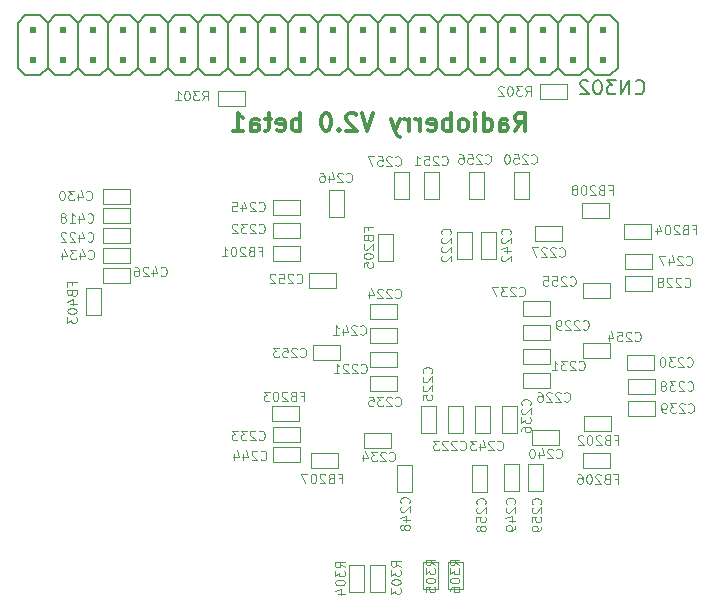
<source format=gbo>
G04 #@! TF.FileFunction,Legend,Bot*
%FSLAX46Y46*%
G04 Gerber Fmt 4.6, Leading zero omitted, Abs format (unit mm)*
G04 Created by KiCad (PCBNEW 4.0.6) date 10/22/17 14:56:47*
%MOMM*%
%LPD*%
G01*
G04 APERTURE LIST*
%ADD10C,0.100000*%
%ADD11C,0.300000*%
%ADD12C,0.152400*%
%ADD13C,0.127000*%
G04 APERTURE END LIST*
D10*
D11*
X139194284Y-81738571D02*
X139694284Y-81024286D01*
X140051427Y-81738571D02*
X140051427Y-80238571D01*
X139479999Y-80238571D01*
X139337141Y-80310000D01*
X139265713Y-80381429D01*
X139194284Y-80524286D01*
X139194284Y-80738571D01*
X139265713Y-80881429D01*
X139337141Y-80952857D01*
X139479999Y-81024286D01*
X140051427Y-81024286D01*
X137908570Y-81738571D02*
X137908570Y-80952857D01*
X137979999Y-80810000D01*
X138122856Y-80738571D01*
X138408570Y-80738571D01*
X138551427Y-80810000D01*
X137908570Y-81667143D02*
X138051427Y-81738571D01*
X138408570Y-81738571D01*
X138551427Y-81667143D01*
X138622856Y-81524286D01*
X138622856Y-81381429D01*
X138551427Y-81238571D01*
X138408570Y-81167143D01*
X138051427Y-81167143D01*
X137908570Y-81095714D01*
X136551427Y-81738571D02*
X136551427Y-80238571D01*
X136551427Y-81667143D02*
X136694284Y-81738571D01*
X136979998Y-81738571D01*
X137122856Y-81667143D01*
X137194284Y-81595714D01*
X137265713Y-81452857D01*
X137265713Y-81024286D01*
X137194284Y-80881429D01*
X137122856Y-80810000D01*
X136979998Y-80738571D01*
X136694284Y-80738571D01*
X136551427Y-80810000D01*
X135837141Y-81738571D02*
X135837141Y-80738571D01*
X135837141Y-80238571D02*
X135908570Y-80310000D01*
X135837141Y-80381429D01*
X135765713Y-80310000D01*
X135837141Y-80238571D01*
X135837141Y-80381429D01*
X134908569Y-81738571D02*
X135051427Y-81667143D01*
X135122855Y-81595714D01*
X135194284Y-81452857D01*
X135194284Y-81024286D01*
X135122855Y-80881429D01*
X135051427Y-80810000D01*
X134908569Y-80738571D01*
X134694284Y-80738571D01*
X134551427Y-80810000D01*
X134479998Y-80881429D01*
X134408569Y-81024286D01*
X134408569Y-81452857D01*
X134479998Y-81595714D01*
X134551427Y-81667143D01*
X134694284Y-81738571D01*
X134908569Y-81738571D01*
X133765712Y-81738571D02*
X133765712Y-80238571D01*
X133765712Y-80810000D02*
X133622855Y-80738571D01*
X133337141Y-80738571D01*
X133194284Y-80810000D01*
X133122855Y-80881429D01*
X133051426Y-81024286D01*
X133051426Y-81452857D01*
X133122855Y-81595714D01*
X133194284Y-81667143D01*
X133337141Y-81738571D01*
X133622855Y-81738571D01*
X133765712Y-81667143D01*
X131837141Y-81667143D02*
X131979998Y-81738571D01*
X132265712Y-81738571D01*
X132408569Y-81667143D01*
X132479998Y-81524286D01*
X132479998Y-80952857D01*
X132408569Y-80810000D01*
X132265712Y-80738571D01*
X131979998Y-80738571D01*
X131837141Y-80810000D01*
X131765712Y-80952857D01*
X131765712Y-81095714D01*
X132479998Y-81238571D01*
X131122855Y-81738571D02*
X131122855Y-80738571D01*
X131122855Y-81024286D02*
X131051427Y-80881429D01*
X130979998Y-80810000D01*
X130837141Y-80738571D01*
X130694284Y-80738571D01*
X130194284Y-81738571D02*
X130194284Y-80738571D01*
X130194284Y-81024286D02*
X130122856Y-80881429D01*
X130051427Y-80810000D01*
X129908570Y-80738571D01*
X129765713Y-80738571D01*
X129408570Y-80738571D02*
X129051427Y-81738571D01*
X128694285Y-80738571D02*
X129051427Y-81738571D01*
X129194285Y-82095714D01*
X129265713Y-82167143D01*
X129408570Y-82238571D01*
X127194285Y-80238571D02*
X126694285Y-81738571D01*
X126194285Y-80238571D01*
X125765714Y-80381429D02*
X125694285Y-80310000D01*
X125551428Y-80238571D01*
X125194285Y-80238571D01*
X125051428Y-80310000D01*
X124979999Y-80381429D01*
X124908571Y-80524286D01*
X124908571Y-80667143D01*
X124979999Y-80881429D01*
X125837142Y-81738571D01*
X124908571Y-81738571D01*
X124265714Y-81595714D02*
X124194286Y-81667143D01*
X124265714Y-81738571D01*
X124337143Y-81667143D01*
X124265714Y-81595714D01*
X124265714Y-81738571D01*
X123265714Y-80238571D02*
X123122857Y-80238571D01*
X122980000Y-80310000D01*
X122908571Y-80381429D01*
X122837142Y-80524286D01*
X122765714Y-80810000D01*
X122765714Y-81167143D01*
X122837142Y-81452857D01*
X122908571Y-81595714D01*
X122980000Y-81667143D01*
X123122857Y-81738571D01*
X123265714Y-81738571D01*
X123408571Y-81667143D01*
X123480000Y-81595714D01*
X123551428Y-81452857D01*
X123622857Y-81167143D01*
X123622857Y-80810000D01*
X123551428Y-80524286D01*
X123480000Y-80381429D01*
X123408571Y-80310000D01*
X123265714Y-80238571D01*
X120980000Y-81738571D02*
X120980000Y-80238571D01*
X120980000Y-80810000D02*
X120837143Y-80738571D01*
X120551429Y-80738571D01*
X120408572Y-80810000D01*
X120337143Y-80881429D01*
X120265714Y-81024286D01*
X120265714Y-81452857D01*
X120337143Y-81595714D01*
X120408572Y-81667143D01*
X120551429Y-81738571D01*
X120837143Y-81738571D01*
X120980000Y-81667143D01*
X119051429Y-81667143D02*
X119194286Y-81738571D01*
X119480000Y-81738571D01*
X119622857Y-81667143D01*
X119694286Y-81524286D01*
X119694286Y-80952857D01*
X119622857Y-80810000D01*
X119480000Y-80738571D01*
X119194286Y-80738571D01*
X119051429Y-80810000D01*
X118980000Y-80952857D01*
X118980000Y-81095714D01*
X119694286Y-81238571D01*
X118551429Y-80738571D02*
X117980000Y-80738571D01*
X118337143Y-80238571D02*
X118337143Y-81524286D01*
X118265715Y-81667143D01*
X118122857Y-81738571D01*
X117980000Y-81738571D01*
X116837143Y-81738571D02*
X116837143Y-80952857D01*
X116908572Y-80810000D01*
X117051429Y-80738571D01*
X117337143Y-80738571D01*
X117480000Y-80810000D01*
X116837143Y-81667143D02*
X116980000Y-81738571D01*
X117337143Y-81738571D01*
X117480000Y-81667143D01*
X117551429Y-81524286D01*
X117551429Y-81381429D01*
X117480000Y-81238571D01*
X117337143Y-81167143D01*
X116980000Y-81167143D01*
X116837143Y-81095714D01*
X115337143Y-81738571D02*
X116194286Y-81738571D01*
X115765714Y-81738571D02*
X115765714Y-80238571D01*
X115908571Y-80452857D01*
X116051429Y-80595714D01*
X116194286Y-80667143D01*
D10*
X126873000Y-101727000D02*
X129159000Y-101727000D01*
X129159000Y-101727000D02*
X129159000Y-100457000D01*
X129159000Y-100457000D02*
X126873000Y-100457000D01*
X126873000Y-100457000D02*
X126873000Y-101727000D01*
X134239000Y-90297000D02*
X134239000Y-92583000D01*
X134239000Y-92583000D02*
X135509000Y-92583000D01*
X135509000Y-92583000D02*
X135509000Y-90297000D01*
X135509000Y-90297000D02*
X134239000Y-90297000D01*
X134747000Y-107315000D02*
X134747000Y-105029000D01*
X134747000Y-105029000D02*
X133477000Y-105029000D01*
X133477000Y-105029000D02*
X133477000Y-107315000D01*
X133477000Y-107315000D02*
X134747000Y-107315000D01*
X126873000Y-97663000D02*
X129159000Y-97663000D01*
X129159000Y-97663000D02*
X129159000Y-96393000D01*
X129159000Y-96393000D02*
X126873000Y-96393000D01*
X126873000Y-96393000D02*
X126873000Y-97663000D01*
X132461000Y-107315000D02*
X132461000Y-105029000D01*
X132461000Y-105029000D02*
X131191000Y-105029000D01*
X131191000Y-105029000D02*
X131191000Y-107315000D01*
X131191000Y-107315000D02*
X132461000Y-107315000D01*
X142113000Y-102235000D02*
X139827000Y-102235000D01*
X139827000Y-102235000D02*
X139827000Y-103505000D01*
X139827000Y-103505000D02*
X142113000Y-103505000D01*
X142113000Y-103505000D02*
X142113000Y-102235000D01*
X140843000Y-91059000D02*
X143129000Y-91059000D01*
X143129000Y-91059000D02*
X143129000Y-89789000D01*
X143129000Y-89789000D02*
X140843000Y-89789000D01*
X140843000Y-89789000D02*
X140843000Y-91059000D01*
X150753000Y-94025000D02*
X148467000Y-94025000D01*
X148467000Y-94025000D02*
X148467000Y-95295000D01*
X148467000Y-95295000D02*
X150753000Y-95295000D01*
X150753000Y-95295000D02*
X150753000Y-94025000D01*
X142113000Y-98171000D02*
X139827000Y-98171000D01*
X139827000Y-98171000D02*
X139827000Y-99441000D01*
X139827000Y-99441000D02*
X142113000Y-99441000D01*
X142113000Y-99441000D02*
X142113000Y-98171000D01*
X148697000Y-102015000D02*
X150983000Y-102015000D01*
X150983000Y-102015000D02*
X150983000Y-100745000D01*
X150983000Y-100745000D02*
X148697000Y-100745000D01*
X148697000Y-100745000D02*
X148697000Y-102015000D01*
X142113000Y-100203000D02*
X139827000Y-100203000D01*
X139827000Y-100203000D02*
X139827000Y-101473000D01*
X139827000Y-101473000D02*
X142113000Y-101473000D01*
X142113000Y-101473000D02*
X142113000Y-100203000D01*
X120983000Y-89585000D02*
X118697000Y-89585000D01*
X118697000Y-89585000D02*
X118697000Y-90855000D01*
X118697000Y-90855000D02*
X120983000Y-90855000D01*
X120983000Y-90855000D02*
X120983000Y-89585000D01*
X118677000Y-108065000D02*
X120963000Y-108065000D01*
X120963000Y-108065000D02*
X120963000Y-106795000D01*
X120963000Y-106795000D02*
X118677000Y-106795000D01*
X118677000Y-106795000D02*
X118677000Y-108065000D01*
X128651000Y-107315000D02*
X126365000Y-107315000D01*
X126365000Y-107315000D02*
X126365000Y-108585000D01*
X126365000Y-108585000D02*
X128651000Y-108585000D01*
X128651000Y-108585000D02*
X128651000Y-107315000D01*
X126873000Y-103759000D02*
X129159000Y-103759000D01*
X129159000Y-103759000D02*
X129159000Y-102489000D01*
X129159000Y-102489000D02*
X126873000Y-102489000D01*
X126873000Y-102489000D02*
X126873000Y-103759000D01*
X139319000Y-107315000D02*
X139319000Y-105029000D01*
X139319000Y-105029000D02*
X138049000Y-105029000D01*
X138049000Y-105029000D02*
X138049000Y-107315000D01*
X138049000Y-107315000D02*
X139319000Y-107315000D01*
X142113000Y-96139000D02*
X139827000Y-96139000D01*
X139827000Y-96139000D02*
X139827000Y-97409000D01*
X139827000Y-97409000D02*
X142113000Y-97409000D01*
X142113000Y-97409000D02*
X142113000Y-96139000D01*
X148727000Y-103995000D02*
X151013000Y-103995000D01*
X151013000Y-103995000D02*
X151013000Y-102725000D01*
X151013000Y-102725000D02*
X148727000Y-102725000D01*
X148727000Y-102725000D02*
X148727000Y-103995000D01*
X151013000Y-104615000D02*
X148727000Y-104615000D01*
X148727000Y-104615000D02*
X148727000Y-105885000D01*
X148727000Y-105885000D02*
X151013000Y-105885000D01*
X151013000Y-105885000D02*
X151013000Y-104615000D01*
X140589000Y-108331000D02*
X142875000Y-108331000D01*
X142875000Y-108331000D02*
X142875000Y-107061000D01*
X142875000Y-107061000D02*
X140589000Y-107061000D01*
X140589000Y-107061000D02*
X140589000Y-108331000D01*
X126873000Y-99695000D02*
X129159000Y-99695000D01*
X129159000Y-99695000D02*
X129159000Y-98425000D01*
X129159000Y-98425000D02*
X126873000Y-98425000D01*
X126873000Y-98425000D02*
X126873000Y-99695000D01*
X136271000Y-90297000D02*
X136271000Y-92583000D01*
X136271000Y-92583000D02*
X137541000Y-92583000D01*
X137541000Y-92583000D02*
X137541000Y-90297000D01*
X137541000Y-90297000D02*
X136271000Y-90297000D01*
X137033000Y-107315000D02*
X137033000Y-105029000D01*
X137033000Y-105029000D02*
X135763000Y-105029000D01*
X135763000Y-105029000D02*
X135763000Y-107315000D01*
X135763000Y-107315000D02*
X137033000Y-107315000D01*
X121003000Y-108525000D02*
X118717000Y-108525000D01*
X118717000Y-108525000D02*
X118717000Y-109795000D01*
X118717000Y-109795000D02*
X121003000Y-109795000D01*
X121003000Y-109795000D02*
X121003000Y-108525000D01*
X118717000Y-88885000D02*
X121003000Y-88885000D01*
X121003000Y-88885000D02*
X121003000Y-87615000D01*
X121003000Y-87615000D02*
X118717000Y-87615000D01*
X118717000Y-87615000D02*
X118717000Y-88885000D01*
X123405000Y-86757000D02*
X123405000Y-89043000D01*
X123405000Y-89043000D02*
X124675000Y-89043000D01*
X124675000Y-89043000D02*
X124675000Y-86757000D01*
X124675000Y-86757000D02*
X123405000Y-86757000D01*
X148467000Y-93425000D02*
X150753000Y-93425000D01*
X150753000Y-93425000D02*
X150753000Y-92155000D01*
X150753000Y-92155000D02*
X148467000Y-92155000D01*
X148467000Y-92155000D02*
X148467000Y-93425000D01*
X129195000Y-110007000D02*
X129195000Y-112293000D01*
X129195000Y-112293000D02*
X130465000Y-112293000D01*
X130465000Y-112293000D02*
X130465000Y-110007000D01*
X130465000Y-110007000D02*
X129195000Y-110007000D01*
X138245000Y-109957000D02*
X138245000Y-112243000D01*
X138245000Y-112243000D02*
X139515000Y-112243000D01*
X139515000Y-112243000D02*
X139515000Y-109957000D01*
X139515000Y-109957000D02*
X138245000Y-109957000D01*
X139065000Y-85217000D02*
X139065000Y-87503000D01*
X139065000Y-87503000D02*
X140335000Y-87503000D01*
X140335000Y-87503000D02*
X140335000Y-85217000D01*
X140335000Y-85217000D02*
X139065000Y-85217000D01*
X131445000Y-85217000D02*
X131445000Y-87503000D01*
X131445000Y-87503000D02*
X132715000Y-87503000D01*
X132715000Y-87503000D02*
X132715000Y-85217000D01*
X132715000Y-85217000D02*
X131445000Y-85217000D01*
X124053000Y-93765000D02*
X121767000Y-93765000D01*
X121767000Y-93765000D02*
X121767000Y-95035000D01*
X121767000Y-95035000D02*
X124053000Y-95035000D01*
X124053000Y-95035000D02*
X124053000Y-93765000D01*
X124373000Y-99835000D02*
X122087000Y-99835000D01*
X122087000Y-99835000D02*
X122087000Y-101105000D01*
X122087000Y-101105000D02*
X124373000Y-101105000D01*
X124373000Y-101105000D02*
X124373000Y-99835000D01*
X144907000Y-100965000D02*
X147193000Y-100965000D01*
X147193000Y-100965000D02*
X147193000Y-99695000D01*
X147193000Y-99695000D02*
X144907000Y-99695000D01*
X144907000Y-99695000D02*
X144907000Y-100965000D01*
X144907000Y-95885000D02*
X147193000Y-95885000D01*
X147193000Y-95885000D02*
X147193000Y-94615000D01*
X147193000Y-94615000D02*
X144907000Y-94615000D01*
X144907000Y-94615000D02*
X144907000Y-95885000D01*
X135255000Y-85217000D02*
X135255000Y-87503000D01*
X135255000Y-87503000D02*
X136525000Y-87503000D01*
X136525000Y-87503000D02*
X136525000Y-85217000D01*
X136525000Y-85217000D02*
X135255000Y-85217000D01*
X128905000Y-85217000D02*
X128905000Y-87503000D01*
X128905000Y-87503000D02*
X130175000Y-87503000D01*
X130175000Y-87503000D02*
X130175000Y-85217000D01*
X130175000Y-85217000D02*
X128905000Y-85217000D01*
X135575000Y-109997000D02*
X135575000Y-112283000D01*
X135575000Y-112283000D02*
X136845000Y-112283000D01*
X136845000Y-112283000D02*
X136845000Y-109997000D01*
X136845000Y-109997000D02*
X135575000Y-109997000D01*
X140255000Y-109927000D02*
X140255000Y-112213000D01*
X140255000Y-112213000D02*
X141525000Y-112213000D01*
X141525000Y-112213000D02*
X141525000Y-109927000D01*
X141525000Y-109927000D02*
X140255000Y-109927000D01*
X104287000Y-89585000D02*
X106573000Y-89585000D01*
X106573000Y-89585000D02*
X106573000Y-88315000D01*
X106573000Y-88315000D02*
X104287000Y-88315000D01*
X104287000Y-88315000D02*
X104287000Y-89585000D01*
X104297000Y-91245000D02*
X106583000Y-91245000D01*
X106583000Y-91245000D02*
X106583000Y-89975000D01*
X106583000Y-89975000D02*
X104297000Y-89975000D01*
X104297000Y-89975000D02*
X104297000Y-91245000D01*
X104297000Y-94655000D02*
X106583000Y-94655000D01*
X106583000Y-94655000D02*
X106583000Y-93385000D01*
X106583000Y-93385000D02*
X104297000Y-93385000D01*
X104297000Y-93385000D02*
X104297000Y-94655000D01*
X104277000Y-87965000D02*
X106563000Y-87965000D01*
X106563000Y-87965000D02*
X106563000Y-86695000D01*
X106563000Y-86695000D02*
X104277000Y-86695000D01*
X104277000Y-86695000D02*
X104277000Y-87965000D01*
X104287000Y-92895000D02*
X106573000Y-92895000D01*
X106573000Y-92895000D02*
X106573000Y-91625000D01*
X106573000Y-91625000D02*
X104287000Y-91625000D01*
X104287000Y-91625000D02*
X104287000Y-92895000D01*
X118687000Y-92725000D02*
X120973000Y-92725000D01*
X120973000Y-92725000D02*
X120973000Y-91455000D01*
X120973000Y-91455000D02*
X118687000Y-91455000D01*
X118687000Y-91455000D02*
X118687000Y-92725000D01*
X145007000Y-107145000D02*
X147293000Y-107145000D01*
X147293000Y-107145000D02*
X147293000Y-105875000D01*
X147293000Y-105875000D02*
X145007000Y-105875000D01*
X145007000Y-105875000D02*
X145007000Y-107145000D01*
X118627000Y-106335000D02*
X120913000Y-106335000D01*
X120913000Y-106335000D02*
X120913000Y-105065000D01*
X120913000Y-105065000D02*
X118627000Y-105065000D01*
X118627000Y-105065000D02*
X118627000Y-106335000D01*
X150723000Y-89655000D02*
X148437000Y-89655000D01*
X148437000Y-89655000D02*
X148437000Y-90925000D01*
X148437000Y-90925000D02*
X150723000Y-90925000D01*
X150723000Y-90925000D02*
X150723000Y-89655000D01*
X127605000Y-90437000D02*
X127605000Y-92723000D01*
X127605000Y-92723000D02*
X128875000Y-92723000D01*
X128875000Y-92723000D02*
X128875000Y-90437000D01*
X128875000Y-90437000D02*
X127605000Y-90437000D01*
X147243000Y-109015000D02*
X144957000Y-109015000D01*
X144957000Y-109015000D02*
X144957000Y-110285000D01*
X144957000Y-110285000D02*
X147243000Y-110285000D01*
X147243000Y-110285000D02*
X147243000Y-109015000D01*
X121957000Y-110285000D02*
X124243000Y-110285000D01*
X124243000Y-110285000D02*
X124243000Y-109015000D01*
X124243000Y-109015000D02*
X121957000Y-109015000D01*
X121957000Y-109015000D02*
X121957000Y-110285000D01*
X147143000Y-87815000D02*
X144857000Y-87815000D01*
X144857000Y-87815000D02*
X144857000Y-89085000D01*
X144857000Y-89085000D02*
X147143000Y-89085000D01*
X147143000Y-89085000D02*
X147143000Y-87815000D01*
X102875000Y-95027000D02*
X102875000Y-97313000D01*
X102875000Y-97313000D02*
X104145000Y-97313000D01*
X104145000Y-97313000D02*
X104145000Y-95027000D01*
X104145000Y-95027000D02*
X102875000Y-95027000D01*
X116333000Y-78365000D02*
X114047000Y-78365000D01*
X114047000Y-78365000D02*
X114047000Y-79635000D01*
X114047000Y-79635000D02*
X116333000Y-79635000D01*
X116333000Y-79635000D02*
X116333000Y-78365000D01*
X143603000Y-77805000D02*
X141317000Y-77805000D01*
X141317000Y-77805000D02*
X141317000Y-79075000D01*
X141317000Y-79075000D02*
X143603000Y-79075000D01*
X143603000Y-79075000D02*
X143603000Y-77805000D01*
X128165000Y-120743000D02*
X128165000Y-118457000D01*
X128165000Y-118457000D02*
X126895000Y-118457000D01*
X126895000Y-118457000D02*
X126895000Y-120743000D01*
X126895000Y-120743000D02*
X128165000Y-120743000D01*
X126395000Y-120743000D02*
X126395000Y-118457000D01*
X126395000Y-118457000D02*
X125125000Y-118457000D01*
X125125000Y-118457000D02*
X125125000Y-120743000D01*
X125125000Y-120743000D02*
X126395000Y-120743000D01*
X132705000Y-120553000D02*
X132705000Y-118267000D01*
X132705000Y-118267000D02*
X131435000Y-118267000D01*
X131435000Y-118267000D02*
X131435000Y-120553000D01*
X131435000Y-120553000D02*
X132705000Y-120553000D01*
X134755000Y-120553000D02*
X134755000Y-118267000D01*
X134755000Y-118267000D02*
X133485000Y-118267000D01*
X133485000Y-118267000D02*
X133485000Y-120553000D01*
X133485000Y-120553000D02*
X134755000Y-120553000D01*
D12*
X97100000Y-76405000D02*
X97735000Y-77040000D01*
X97735000Y-77040000D02*
X99005000Y-77040000D01*
X99005000Y-77040000D02*
X99640000Y-76405000D01*
X99640000Y-76405000D02*
X100275000Y-77040000D01*
X100275000Y-77040000D02*
X101545000Y-77040000D01*
X101545000Y-77040000D02*
X102180000Y-76405000D01*
X102180000Y-76405000D02*
X102815000Y-77040000D01*
X102815000Y-77040000D02*
X104085000Y-77040000D01*
X104085000Y-77040000D02*
X104720000Y-76405000D01*
X104720000Y-76405000D02*
X105355000Y-77040000D01*
X105355000Y-77040000D02*
X106625000Y-77040000D01*
X106625000Y-77040000D02*
X107260000Y-76405000D01*
X107260000Y-76405000D02*
X107895000Y-77040000D01*
X107895000Y-77040000D02*
X109165000Y-77040000D01*
X109165000Y-77040000D02*
X109800000Y-76405000D01*
X109800000Y-76405000D02*
X110435000Y-77040000D01*
X110435000Y-77040000D02*
X111705000Y-77040000D01*
X111705000Y-77040000D02*
X112340000Y-76405000D01*
X97100000Y-76405000D02*
X97100000Y-72595000D01*
X97100000Y-72595000D02*
X97735000Y-71960000D01*
X97735000Y-71960000D02*
X99005000Y-71960000D01*
X99005000Y-71960000D02*
X99640000Y-72595000D01*
X99640000Y-72595000D02*
X100275000Y-71960000D01*
X100275000Y-71960000D02*
X101545000Y-71960000D01*
X101545000Y-71960000D02*
X102180000Y-72595000D01*
X102180000Y-72595000D02*
X102815000Y-71960000D01*
X102815000Y-71960000D02*
X104085000Y-71960000D01*
X104085000Y-71960000D02*
X104720000Y-72595000D01*
X104720000Y-72595000D02*
X105355000Y-71960000D01*
X105355000Y-71960000D02*
X106625000Y-71960000D01*
X106625000Y-71960000D02*
X107260000Y-72595000D01*
X107260000Y-72595000D02*
X107895000Y-71960000D01*
X107895000Y-71960000D02*
X109165000Y-71960000D01*
X109165000Y-71960000D02*
X109800000Y-72595000D01*
X109800000Y-72595000D02*
X110435000Y-71960000D01*
X110435000Y-71960000D02*
X111705000Y-71960000D01*
X111705000Y-71960000D02*
X112340000Y-72595000D01*
X112340000Y-72595000D02*
X112975000Y-71960000D01*
X112975000Y-71960000D02*
X114245000Y-71960000D01*
X114245000Y-71960000D02*
X114880000Y-72595000D01*
X114880000Y-72595000D02*
X115515000Y-71960000D01*
X115515000Y-71960000D02*
X116785000Y-71960000D01*
X116785000Y-71960000D02*
X117420000Y-72595000D01*
X117420000Y-72595000D02*
X118055000Y-71960000D01*
X118055000Y-71960000D02*
X119325000Y-71960000D01*
X119325000Y-71960000D02*
X119960000Y-72595000D01*
X119960000Y-72595000D02*
X120595000Y-71960000D01*
X120595000Y-71960000D02*
X121865000Y-71960000D01*
X121865000Y-71960000D02*
X122500000Y-72595000D01*
X122500000Y-72595000D02*
X123135000Y-71960000D01*
X123135000Y-71960000D02*
X124405000Y-71960000D01*
X124405000Y-71960000D02*
X125040000Y-72595000D01*
X125040000Y-72595000D02*
X125675000Y-71960000D01*
X125675000Y-71960000D02*
X126945000Y-71960000D01*
X127580000Y-72595000D02*
X126945000Y-71960000D01*
X127580000Y-72595000D02*
X128215000Y-71960000D01*
X129485000Y-71960000D02*
X128215000Y-71960000D01*
X129485000Y-71960000D02*
X130120000Y-72595000D01*
X130120000Y-72595000D02*
X130755000Y-71960000D01*
X132025000Y-71960000D02*
X130755000Y-71960000D01*
X132025000Y-71960000D02*
X132660000Y-72595000D01*
X132660000Y-72595000D02*
X133295000Y-71960000D01*
X134565000Y-71960000D02*
X133295000Y-71960000D01*
X134565000Y-71960000D02*
X135200000Y-72595000D01*
X135200000Y-72595000D02*
X135835000Y-71960000D01*
X137105000Y-71960000D02*
X135835000Y-71960000D01*
X137105000Y-71960000D02*
X137740000Y-72595000D01*
X137740000Y-72595000D02*
X138375000Y-71960000D01*
X139645000Y-71960000D02*
X138375000Y-71960000D01*
X139645000Y-71960000D02*
X140280000Y-72595000D01*
X140280000Y-72595000D02*
X140915000Y-71960000D01*
X142185000Y-71960000D02*
X140915000Y-71960000D01*
X142185000Y-71960000D02*
X142820000Y-72595000D01*
X142820000Y-72595000D02*
X143455000Y-71960000D01*
X144725000Y-71960000D02*
X143455000Y-71960000D01*
X144725000Y-71960000D02*
X145360000Y-72595000D01*
X145360000Y-76405000D02*
X144725000Y-77040000D01*
X144725000Y-77040000D02*
X143455000Y-77040000D01*
X142820000Y-76405000D02*
X143455000Y-77040000D01*
X142820000Y-76405000D02*
X142185000Y-77040000D01*
X142185000Y-77040000D02*
X140915000Y-77040000D01*
X140280000Y-76405000D02*
X140915000Y-77040000D01*
X140280000Y-76405000D02*
X139645000Y-77040000D01*
X139645000Y-77040000D02*
X138375000Y-77040000D01*
X137740000Y-76405000D02*
X138375000Y-77040000D01*
X137740000Y-76405000D02*
X137105000Y-77040000D01*
X135835000Y-77040000D02*
X137105000Y-77040000D01*
X135835000Y-77040000D02*
X135200000Y-76405000D01*
X135200000Y-76405000D02*
X134565000Y-77040000D01*
X133295000Y-77040000D02*
X134565000Y-77040000D01*
X133295000Y-77040000D02*
X132660000Y-76405000D01*
X132660000Y-76405000D02*
X132025000Y-77040000D01*
X132025000Y-77040000D02*
X130755000Y-77040000D01*
X130120000Y-76405000D02*
X130755000Y-77040000D01*
X130120000Y-76405000D02*
X129485000Y-77040000D01*
X129485000Y-77040000D02*
X128215000Y-77040000D01*
X127580000Y-76405000D02*
X128215000Y-77040000D01*
X127580000Y-76405000D02*
X126945000Y-77040000D01*
X126945000Y-77040000D02*
X125675000Y-77040000D01*
X125040000Y-76405000D02*
X125675000Y-77040000D01*
X125040000Y-76405000D02*
X124405000Y-77040000D01*
X124405000Y-77040000D02*
X123135000Y-77040000D01*
X122500000Y-76405000D02*
X123135000Y-77040000D01*
X122500000Y-76405000D02*
X121865000Y-77040000D01*
X121865000Y-77040000D02*
X120595000Y-77040000D01*
X119960000Y-76405000D02*
X120595000Y-77040000D01*
X119960000Y-76405000D02*
X119325000Y-77040000D01*
X119325000Y-77040000D02*
X118055000Y-77040000D01*
X117420000Y-76405000D02*
X118055000Y-77040000D01*
X117420000Y-76405000D02*
X116785000Y-77040000D01*
X116785000Y-77040000D02*
X115515000Y-77040000D01*
X114880000Y-76405000D02*
X115515000Y-77040000D01*
X114880000Y-76405000D02*
X114245000Y-77040000D01*
X114245000Y-77040000D02*
X112975000Y-77040000D01*
X112340000Y-76405000D02*
X112975000Y-77040000D01*
X99640000Y-72595000D02*
X99640000Y-76405000D01*
X102180000Y-72595000D02*
X102180000Y-76405000D01*
X104720000Y-72595000D02*
X104720000Y-76405000D01*
X107260000Y-72595000D02*
X107260000Y-76405000D01*
X109800000Y-72595000D02*
X109800000Y-76405000D01*
X112340000Y-72595000D02*
X112340000Y-76405000D01*
X114880000Y-72595000D02*
X114880000Y-76405000D01*
X117420000Y-72595000D02*
X117420000Y-76405000D01*
X119960000Y-72595000D02*
X119960000Y-76405000D01*
X122500000Y-72595000D02*
X122500000Y-76405000D01*
X125040000Y-72595000D02*
X125040000Y-76405000D01*
X127580000Y-72595000D02*
X127580000Y-76405000D01*
X130120000Y-72595000D02*
X130120000Y-76405000D01*
X132660000Y-72595000D02*
X132660000Y-76405000D01*
X135200000Y-72595000D02*
X135200000Y-76405000D01*
X137740000Y-72595000D02*
X137740000Y-76405000D01*
X140280000Y-72595000D02*
X140280000Y-76405000D01*
X142820000Y-72595000D02*
X142820000Y-76405000D01*
X145360000Y-72595000D02*
X145360000Y-76405000D01*
X145360000Y-72595000D02*
X145995000Y-71960000D01*
X147265000Y-71960000D02*
X145995000Y-71960000D01*
X147265000Y-71960000D02*
X147900000Y-72595000D01*
X147900000Y-76405000D02*
X147265000Y-77040000D01*
X147265000Y-77040000D02*
X145995000Y-77040000D01*
X145360000Y-76405000D02*
X145995000Y-77040000D01*
X147900000Y-72595000D02*
X147900000Y-76405000D01*
D10*
G36*
X98116000Y-76024000D02*
X98624000Y-76024000D01*
X98624000Y-75516000D01*
X98116000Y-75516000D01*
X98116000Y-76024000D01*
G37*
G36*
X98116000Y-73484000D02*
X98624000Y-73484000D01*
X98624000Y-72976000D01*
X98116000Y-72976000D01*
X98116000Y-73484000D01*
G37*
G36*
X100656000Y-73484000D02*
X101164000Y-73484000D01*
X101164000Y-72976000D01*
X100656000Y-72976000D01*
X100656000Y-73484000D01*
G37*
G36*
X100656000Y-76024000D02*
X101164000Y-76024000D01*
X101164000Y-75516000D01*
X100656000Y-75516000D01*
X100656000Y-76024000D01*
G37*
G36*
X103196000Y-73484000D02*
X103704000Y-73484000D01*
X103704000Y-72976000D01*
X103196000Y-72976000D01*
X103196000Y-73484000D01*
G37*
G36*
X103196000Y-76024000D02*
X103704000Y-76024000D01*
X103704000Y-75516000D01*
X103196000Y-75516000D01*
X103196000Y-76024000D01*
G37*
G36*
X105736000Y-73484000D02*
X106244000Y-73484000D01*
X106244000Y-72976000D01*
X105736000Y-72976000D01*
X105736000Y-73484000D01*
G37*
G36*
X108276000Y-73484000D02*
X108784000Y-73484000D01*
X108784000Y-72976000D01*
X108276000Y-72976000D01*
X108276000Y-73484000D01*
G37*
G36*
X110816000Y-73484000D02*
X111324000Y-73484000D01*
X111324000Y-72976000D01*
X110816000Y-72976000D01*
X110816000Y-73484000D01*
G37*
G36*
X105736000Y-76024000D02*
X106244000Y-76024000D01*
X106244000Y-75516000D01*
X105736000Y-75516000D01*
X105736000Y-76024000D01*
G37*
G36*
X108276000Y-76024000D02*
X108784000Y-76024000D01*
X108784000Y-75516000D01*
X108276000Y-75516000D01*
X108276000Y-76024000D01*
G37*
G36*
X110816000Y-76024000D02*
X111324000Y-76024000D01*
X111324000Y-75516000D01*
X110816000Y-75516000D01*
X110816000Y-76024000D01*
G37*
G36*
X113356000Y-73484000D02*
X113864000Y-73484000D01*
X113864000Y-72976000D01*
X113356000Y-72976000D01*
X113356000Y-73484000D01*
G37*
G36*
X113356000Y-76024000D02*
X113864000Y-76024000D01*
X113864000Y-75516000D01*
X113356000Y-75516000D01*
X113356000Y-76024000D01*
G37*
G36*
X115896000Y-73484000D02*
X116404000Y-73484000D01*
X116404000Y-72976000D01*
X115896000Y-72976000D01*
X115896000Y-73484000D01*
G37*
G36*
X115896000Y-76024000D02*
X116404000Y-76024000D01*
X116404000Y-75516000D01*
X115896000Y-75516000D01*
X115896000Y-76024000D01*
G37*
G36*
X118436000Y-73484000D02*
X118944000Y-73484000D01*
X118944000Y-72976000D01*
X118436000Y-72976000D01*
X118436000Y-73484000D01*
G37*
G36*
X118436000Y-76024000D02*
X118944000Y-76024000D01*
X118944000Y-75516000D01*
X118436000Y-75516000D01*
X118436000Y-76024000D01*
G37*
G36*
X120976000Y-73484000D02*
X121484000Y-73484000D01*
X121484000Y-72976000D01*
X120976000Y-72976000D01*
X120976000Y-73484000D01*
G37*
G36*
X120976000Y-76024000D02*
X121484000Y-76024000D01*
X121484000Y-75516000D01*
X120976000Y-75516000D01*
X120976000Y-76024000D01*
G37*
G36*
X123516000Y-73484000D02*
X124024000Y-73484000D01*
X124024000Y-72976000D01*
X123516000Y-72976000D01*
X123516000Y-73484000D01*
G37*
G36*
X123516000Y-76024000D02*
X124024000Y-76024000D01*
X124024000Y-75516000D01*
X123516000Y-75516000D01*
X123516000Y-76024000D01*
G37*
G36*
X126056000Y-73484000D02*
X126564000Y-73484000D01*
X126564000Y-72976000D01*
X126056000Y-72976000D01*
X126056000Y-73484000D01*
G37*
G36*
X126056000Y-76024000D02*
X126564000Y-76024000D01*
X126564000Y-75516000D01*
X126056000Y-75516000D01*
X126056000Y-76024000D01*
G37*
G36*
X128596000Y-73484000D02*
X129104000Y-73484000D01*
X129104000Y-72976000D01*
X128596000Y-72976000D01*
X128596000Y-73484000D01*
G37*
G36*
X128596000Y-76024000D02*
X129104000Y-76024000D01*
X129104000Y-75516000D01*
X128596000Y-75516000D01*
X128596000Y-76024000D01*
G37*
G36*
X131136000Y-73484000D02*
X131644000Y-73484000D01*
X131644000Y-72976000D01*
X131136000Y-72976000D01*
X131136000Y-73484000D01*
G37*
G36*
X131136000Y-76024000D02*
X131644000Y-76024000D01*
X131644000Y-75516000D01*
X131136000Y-75516000D01*
X131136000Y-76024000D01*
G37*
G36*
X133676000Y-73484000D02*
X134184000Y-73484000D01*
X134184000Y-72976000D01*
X133676000Y-72976000D01*
X133676000Y-73484000D01*
G37*
G36*
X133676000Y-76024000D02*
X134184000Y-76024000D01*
X134184000Y-75516000D01*
X133676000Y-75516000D01*
X133676000Y-76024000D01*
G37*
G36*
X136216000Y-73484000D02*
X136724000Y-73484000D01*
X136724000Y-72976000D01*
X136216000Y-72976000D01*
X136216000Y-73484000D01*
G37*
G36*
X136216000Y-76024000D02*
X136724000Y-76024000D01*
X136724000Y-75516000D01*
X136216000Y-75516000D01*
X136216000Y-76024000D01*
G37*
G36*
X138756000Y-73484000D02*
X139264000Y-73484000D01*
X139264000Y-72976000D01*
X138756000Y-72976000D01*
X138756000Y-73484000D01*
G37*
G36*
X138756000Y-76024000D02*
X139264000Y-76024000D01*
X139264000Y-75516000D01*
X138756000Y-75516000D01*
X138756000Y-76024000D01*
G37*
G36*
X141296000Y-73484000D02*
X141804000Y-73484000D01*
X141804000Y-72976000D01*
X141296000Y-72976000D01*
X141296000Y-73484000D01*
G37*
G36*
X141296000Y-76024000D02*
X141804000Y-76024000D01*
X141804000Y-75516000D01*
X141296000Y-75516000D01*
X141296000Y-76024000D01*
G37*
G36*
X143836000Y-73484000D02*
X144344000Y-73484000D01*
X144344000Y-72976000D01*
X143836000Y-72976000D01*
X143836000Y-73484000D01*
G37*
G36*
X143836000Y-76024000D02*
X144344000Y-76024000D01*
X144344000Y-75516000D01*
X143836000Y-75516000D01*
X143836000Y-76024000D01*
G37*
G36*
X146376000Y-73484000D02*
X146884000Y-73484000D01*
X146884000Y-72976000D01*
X146376000Y-72976000D01*
X146376000Y-73484000D01*
G37*
G36*
X146376000Y-76024000D02*
X146884000Y-76024000D01*
X146884000Y-75516000D01*
X146376000Y-75516000D01*
X146376000Y-76024000D01*
G37*
X126145238Y-102185714D02*
X126183333Y-102223810D01*
X126297619Y-102261905D01*
X126373809Y-102261905D01*
X126488095Y-102223810D01*
X126564286Y-102147619D01*
X126602381Y-102071429D01*
X126640476Y-101919048D01*
X126640476Y-101804762D01*
X126602381Y-101652381D01*
X126564286Y-101576190D01*
X126488095Y-101500000D01*
X126373809Y-101461905D01*
X126297619Y-101461905D01*
X126183333Y-101500000D01*
X126145238Y-101538095D01*
X125840476Y-101538095D02*
X125802381Y-101500000D01*
X125726190Y-101461905D01*
X125535714Y-101461905D01*
X125459524Y-101500000D01*
X125421428Y-101538095D01*
X125383333Y-101614286D01*
X125383333Y-101690476D01*
X125421428Y-101804762D01*
X125878571Y-102261905D01*
X125383333Y-102261905D01*
X125078571Y-101538095D02*
X125040476Y-101500000D01*
X124964285Y-101461905D01*
X124773809Y-101461905D01*
X124697619Y-101500000D01*
X124659523Y-101538095D01*
X124621428Y-101614286D01*
X124621428Y-101690476D01*
X124659523Y-101804762D01*
X125116666Y-102261905D01*
X124621428Y-102261905D01*
X123859523Y-102261905D02*
X124316666Y-102261905D01*
X124088095Y-102261905D02*
X124088095Y-101461905D01*
X124164285Y-101576190D01*
X124240476Y-101652381D01*
X124316666Y-101690476D01*
X133685714Y-90504762D02*
X133723810Y-90466667D01*
X133761905Y-90352381D01*
X133761905Y-90276191D01*
X133723810Y-90161905D01*
X133647619Y-90085714D01*
X133571429Y-90047619D01*
X133419048Y-90009524D01*
X133304762Y-90009524D01*
X133152381Y-90047619D01*
X133076190Y-90085714D01*
X133000000Y-90161905D01*
X132961905Y-90276191D01*
X132961905Y-90352381D01*
X133000000Y-90466667D01*
X133038095Y-90504762D01*
X133038095Y-90809524D02*
X133000000Y-90847619D01*
X132961905Y-90923810D01*
X132961905Y-91114286D01*
X133000000Y-91190476D01*
X133038095Y-91228572D01*
X133114286Y-91266667D01*
X133190476Y-91266667D01*
X133304762Y-91228572D01*
X133761905Y-90771429D01*
X133761905Y-91266667D01*
X133038095Y-91571429D02*
X133000000Y-91609524D01*
X132961905Y-91685715D01*
X132961905Y-91876191D01*
X133000000Y-91952381D01*
X133038095Y-91990477D01*
X133114286Y-92028572D01*
X133190476Y-92028572D01*
X133304762Y-91990477D01*
X133761905Y-91533334D01*
X133761905Y-92028572D01*
X133038095Y-92333334D02*
X133000000Y-92371429D01*
X132961905Y-92447620D01*
X132961905Y-92638096D01*
X133000000Y-92714286D01*
X133038095Y-92752382D01*
X133114286Y-92790477D01*
X133190476Y-92790477D01*
X133304762Y-92752382D01*
X133761905Y-92295239D01*
X133761905Y-92790477D01*
X134545238Y-108685714D02*
X134583333Y-108723810D01*
X134697619Y-108761905D01*
X134773809Y-108761905D01*
X134888095Y-108723810D01*
X134964286Y-108647619D01*
X135002381Y-108571429D01*
X135040476Y-108419048D01*
X135040476Y-108304762D01*
X135002381Y-108152381D01*
X134964286Y-108076190D01*
X134888095Y-108000000D01*
X134773809Y-107961905D01*
X134697619Y-107961905D01*
X134583333Y-108000000D01*
X134545238Y-108038095D01*
X134240476Y-108038095D02*
X134202381Y-108000000D01*
X134126190Y-107961905D01*
X133935714Y-107961905D01*
X133859524Y-108000000D01*
X133821428Y-108038095D01*
X133783333Y-108114286D01*
X133783333Y-108190476D01*
X133821428Y-108304762D01*
X134278571Y-108761905D01*
X133783333Y-108761905D01*
X133478571Y-108038095D02*
X133440476Y-108000000D01*
X133364285Y-107961905D01*
X133173809Y-107961905D01*
X133097619Y-108000000D01*
X133059523Y-108038095D01*
X133021428Y-108114286D01*
X133021428Y-108190476D01*
X133059523Y-108304762D01*
X133516666Y-108761905D01*
X133021428Y-108761905D01*
X132754761Y-107961905D02*
X132259523Y-107961905D01*
X132526190Y-108266667D01*
X132411904Y-108266667D01*
X132335714Y-108304762D01*
X132297618Y-108342857D01*
X132259523Y-108419048D01*
X132259523Y-108609524D01*
X132297618Y-108685714D01*
X132335714Y-108723810D01*
X132411904Y-108761905D01*
X132640476Y-108761905D01*
X132716666Y-108723810D01*
X132754761Y-108685714D01*
X129045238Y-95835714D02*
X129083333Y-95873810D01*
X129197619Y-95911905D01*
X129273809Y-95911905D01*
X129388095Y-95873810D01*
X129464286Y-95797619D01*
X129502381Y-95721429D01*
X129540476Y-95569048D01*
X129540476Y-95454762D01*
X129502381Y-95302381D01*
X129464286Y-95226190D01*
X129388095Y-95150000D01*
X129273809Y-95111905D01*
X129197619Y-95111905D01*
X129083333Y-95150000D01*
X129045238Y-95188095D01*
X128740476Y-95188095D02*
X128702381Y-95150000D01*
X128626190Y-95111905D01*
X128435714Y-95111905D01*
X128359524Y-95150000D01*
X128321428Y-95188095D01*
X128283333Y-95264286D01*
X128283333Y-95340476D01*
X128321428Y-95454762D01*
X128778571Y-95911905D01*
X128283333Y-95911905D01*
X127978571Y-95188095D02*
X127940476Y-95150000D01*
X127864285Y-95111905D01*
X127673809Y-95111905D01*
X127597619Y-95150000D01*
X127559523Y-95188095D01*
X127521428Y-95264286D01*
X127521428Y-95340476D01*
X127559523Y-95454762D01*
X128016666Y-95911905D01*
X127521428Y-95911905D01*
X126835714Y-95378571D02*
X126835714Y-95911905D01*
X127026190Y-95073810D02*
X127216666Y-95645238D01*
X126721428Y-95645238D01*
X132085714Y-102254762D02*
X132123810Y-102216667D01*
X132161905Y-102102381D01*
X132161905Y-102026191D01*
X132123810Y-101911905D01*
X132047619Y-101835714D01*
X131971429Y-101797619D01*
X131819048Y-101759524D01*
X131704762Y-101759524D01*
X131552381Y-101797619D01*
X131476190Y-101835714D01*
X131400000Y-101911905D01*
X131361905Y-102026191D01*
X131361905Y-102102381D01*
X131400000Y-102216667D01*
X131438095Y-102254762D01*
X131438095Y-102559524D02*
X131400000Y-102597619D01*
X131361905Y-102673810D01*
X131361905Y-102864286D01*
X131400000Y-102940476D01*
X131438095Y-102978572D01*
X131514286Y-103016667D01*
X131590476Y-103016667D01*
X131704762Y-102978572D01*
X132161905Y-102521429D01*
X132161905Y-103016667D01*
X131438095Y-103321429D02*
X131400000Y-103359524D01*
X131361905Y-103435715D01*
X131361905Y-103626191D01*
X131400000Y-103702381D01*
X131438095Y-103740477D01*
X131514286Y-103778572D01*
X131590476Y-103778572D01*
X131704762Y-103740477D01*
X132161905Y-103283334D01*
X132161905Y-103778572D01*
X131361905Y-104502382D02*
X131361905Y-104121429D01*
X131742857Y-104083334D01*
X131704762Y-104121429D01*
X131666667Y-104197620D01*
X131666667Y-104388096D01*
X131704762Y-104464286D01*
X131742857Y-104502382D01*
X131819048Y-104540477D01*
X132009524Y-104540477D01*
X132085714Y-104502382D01*
X132123810Y-104464286D01*
X132161905Y-104388096D01*
X132161905Y-104197620D01*
X132123810Y-104121429D01*
X132085714Y-104083334D01*
X143345238Y-104585714D02*
X143383333Y-104623810D01*
X143497619Y-104661905D01*
X143573809Y-104661905D01*
X143688095Y-104623810D01*
X143764286Y-104547619D01*
X143802381Y-104471429D01*
X143840476Y-104319048D01*
X143840476Y-104204762D01*
X143802381Y-104052381D01*
X143764286Y-103976190D01*
X143688095Y-103900000D01*
X143573809Y-103861905D01*
X143497619Y-103861905D01*
X143383333Y-103900000D01*
X143345238Y-103938095D01*
X143040476Y-103938095D02*
X143002381Y-103900000D01*
X142926190Y-103861905D01*
X142735714Y-103861905D01*
X142659524Y-103900000D01*
X142621428Y-103938095D01*
X142583333Y-104014286D01*
X142583333Y-104090476D01*
X142621428Y-104204762D01*
X143078571Y-104661905D01*
X142583333Y-104661905D01*
X142278571Y-103938095D02*
X142240476Y-103900000D01*
X142164285Y-103861905D01*
X141973809Y-103861905D01*
X141897619Y-103900000D01*
X141859523Y-103938095D01*
X141821428Y-104014286D01*
X141821428Y-104090476D01*
X141859523Y-104204762D01*
X142316666Y-104661905D01*
X141821428Y-104661905D01*
X141135714Y-103861905D02*
X141288095Y-103861905D01*
X141364285Y-103900000D01*
X141402380Y-103938095D01*
X141478571Y-104052381D01*
X141516666Y-104204762D01*
X141516666Y-104509524D01*
X141478571Y-104585714D01*
X141440476Y-104623810D01*
X141364285Y-104661905D01*
X141211904Y-104661905D01*
X141135714Y-104623810D01*
X141097618Y-104585714D01*
X141059523Y-104509524D01*
X141059523Y-104319048D01*
X141097618Y-104242857D01*
X141135714Y-104204762D01*
X141211904Y-104166667D01*
X141364285Y-104166667D01*
X141440476Y-104204762D01*
X141478571Y-104242857D01*
X141516666Y-104319048D01*
X142945238Y-92335714D02*
X142983333Y-92373810D01*
X143097619Y-92411905D01*
X143173809Y-92411905D01*
X143288095Y-92373810D01*
X143364286Y-92297619D01*
X143402381Y-92221429D01*
X143440476Y-92069048D01*
X143440476Y-91954762D01*
X143402381Y-91802381D01*
X143364286Y-91726190D01*
X143288095Y-91650000D01*
X143173809Y-91611905D01*
X143097619Y-91611905D01*
X142983333Y-91650000D01*
X142945238Y-91688095D01*
X142640476Y-91688095D02*
X142602381Y-91650000D01*
X142526190Y-91611905D01*
X142335714Y-91611905D01*
X142259524Y-91650000D01*
X142221428Y-91688095D01*
X142183333Y-91764286D01*
X142183333Y-91840476D01*
X142221428Y-91954762D01*
X142678571Y-92411905D01*
X142183333Y-92411905D01*
X141878571Y-91688095D02*
X141840476Y-91650000D01*
X141764285Y-91611905D01*
X141573809Y-91611905D01*
X141497619Y-91650000D01*
X141459523Y-91688095D01*
X141421428Y-91764286D01*
X141421428Y-91840476D01*
X141459523Y-91954762D01*
X141916666Y-92411905D01*
X141421428Y-92411905D01*
X141154761Y-91611905D02*
X140621428Y-91611905D01*
X140964285Y-92411905D01*
X153545238Y-94885714D02*
X153583333Y-94923810D01*
X153697619Y-94961905D01*
X153773809Y-94961905D01*
X153888095Y-94923810D01*
X153964286Y-94847619D01*
X154002381Y-94771429D01*
X154040476Y-94619048D01*
X154040476Y-94504762D01*
X154002381Y-94352381D01*
X153964286Y-94276190D01*
X153888095Y-94200000D01*
X153773809Y-94161905D01*
X153697619Y-94161905D01*
X153583333Y-94200000D01*
X153545238Y-94238095D01*
X153240476Y-94238095D02*
X153202381Y-94200000D01*
X153126190Y-94161905D01*
X152935714Y-94161905D01*
X152859524Y-94200000D01*
X152821428Y-94238095D01*
X152783333Y-94314286D01*
X152783333Y-94390476D01*
X152821428Y-94504762D01*
X153278571Y-94961905D01*
X152783333Y-94961905D01*
X152478571Y-94238095D02*
X152440476Y-94200000D01*
X152364285Y-94161905D01*
X152173809Y-94161905D01*
X152097619Y-94200000D01*
X152059523Y-94238095D01*
X152021428Y-94314286D01*
X152021428Y-94390476D01*
X152059523Y-94504762D01*
X152516666Y-94961905D01*
X152021428Y-94961905D01*
X151564285Y-94504762D02*
X151640476Y-94466667D01*
X151678571Y-94428571D01*
X151716666Y-94352381D01*
X151716666Y-94314286D01*
X151678571Y-94238095D01*
X151640476Y-94200000D01*
X151564285Y-94161905D01*
X151411904Y-94161905D01*
X151335714Y-94200000D01*
X151297618Y-94238095D01*
X151259523Y-94314286D01*
X151259523Y-94352381D01*
X151297618Y-94428571D01*
X151335714Y-94466667D01*
X151411904Y-94504762D01*
X151564285Y-94504762D01*
X151640476Y-94542857D01*
X151678571Y-94580952D01*
X151716666Y-94657143D01*
X151716666Y-94809524D01*
X151678571Y-94885714D01*
X151640476Y-94923810D01*
X151564285Y-94961905D01*
X151411904Y-94961905D01*
X151335714Y-94923810D01*
X151297618Y-94885714D01*
X151259523Y-94809524D01*
X151259523Y-94657143D01*
X151297618Y-94580952D01*
X151335714Y-94542857D01*
X151411904Y-94504762D01*
X144945238Y-98485714D02*
X144983333Y-98523810D01*
X145097619Y-98561905D01*
X145173809Y-98561905D01*
X145288095Y-98523810D01*
X145364286Y-98447619D01*
X145402381Y-98371429D01*
X145440476Y-98219048D01*
X145440476Y-98104762D01*
X145402381Y-97952381D01*
X145364286Y-97876190D01*
X145288095Y-97800000D01*
X145173809Y-97761905D01*
X145097619Y-97761905D01*
X144983333Y-97800000D01*
X144945238Y-97838095D01*
X144640476Y-97838095D02*
X144602381Y-97800000D01*
X144526190Y-97761905D01*
X144335714Y-97761905D01*
X144259524Y-97800000D01*
X144221428Y-97838095D01*
X144183333Y-97914286D01*
X144183333Y-97990476D01*
X144221428Y-98104762D01*
X144678571Y-98561905D01*
X144183333Y-98561905D01*
X143878571Y-97838095D02*
X143840476Y-97800000D01*
X143764285Y-97761905D01*
X143573809Y-97761905D01*
X143497619Y-97800000D01*
X143459523Y-97838095D01*
X143421428Y-97914286D01*
X143421428Y-97990476D01*
X143459523Y-98104762D01*
X143916666Y-98561905D01*
X143421428Y-98561905D01*
X143040476Y-98561905D02*
X142888095Y-98561905D01*
X142811904Y-98523810D01*
X142773809Y-98485714D01*
X142697618Y-98371429D01*
X142659523Y-98219048D01*
X142659523Y-97914286D01*
X142697618Y-97838095D01*
X142735714Y-97800000D01*
X142811904Y-97761905D01*
X142964285Y-97761905D01*
X143040476Y-97800000D01*
X143078571Y-97838095D01*
X143116666Y-97914286D01*
X143116666Y-98104762D01*
X143078571Y-98180952D01*
X143040476Y-98219048D01*
X142964285Y-98257143D01*
X142811904Y-98257143D01*
X142735714Y-98219048D01*
X142697618Y-98180952D01*
X142659523Y-98104762D01*
X153745238Y-101635714D02*
X153783333Y-101673810D01*
X153897619Y-101711905D01*
X153973809Y-101711905D01*
X154088095Y-101673810D01*
X154164286Y-101597619D01*
X154202381Y-101521429D01*
X154240476Y-101369048D01*
X154240476Y-101254762D01*
X154202381Y-101102381D01*
X154164286Y-101026190D01*
X154088095Y-100950000D01*
X153973809Y-100911905D01*
X153897619Y-100911905D01*
X153783333Y-100950000D01*
X153745238Y-100988095D01*
X153440476Y-100988095D02*
X153402381Y-100950000D01*
X153326190Y-100911905D01*
X153135714Y-100911905D01*
X153059524Y-100950000D01*
X153021428Y-100988095D01*
X152983333Y-101064286D01*
X152983333Y-101140476D01*
X153021428Y-101254762D01*
X153478571Y-101711905D01*
X152983333Y-101711905D01*
X152716666Y-100911905D02*
X152221428Y-100911905D01*
X152488095Y-101216667D01*
X152373809Y-101216667D01*
X152297619Y-101254762D01*
X152259523Y-101292857D01*
X152221428Y-101369048D01*
X152221428Y-101559524D01*
X152259523Y-101635714D01*
X152297619Y-101673810D01*
X152373809Y-101711905D01*
X152602381Y-101711905D01*
X152678571Y-101673810D01*
X152716666Y-101635714D01*
X151726190Y-100911905D02*
X151649999Y-100911905D01*
X151573809Y-100950000D01*
X151535714Y-100988095D01*
X151497618Y-101064286D01*
X151459523Y-101216667D01*
X151459523Y-101407143D01*
X151497618Y-101559524D01*
X151535714Y-101635714D01*
X151573809Y-101673810D01*
X151649999Y-101711905D01*
X151726190Y-101711905D01*
X151802380Y-101673810D01*
X151840476Y-101635714D01*
X151878571Y-101559524D01*
X151916666Y-101407143D01*
X151916666Y-101216667D01*
X151878571Y-101064286D01*
X151840476Y-100988095D01*
X151802380Y-100950000D01*
X151726190Y-100911905D01*
X144595238Y-101935714D02*
X144633333Y-101973810D01*
X144747619Y-102011905D01*
X144823809Y-102011905D01*
X144938095Y-101973810D01*
X145014286Y-101897619D01*
X145052381Y-101821429D01*
X145090476Y-101669048D01*
X145090476Y-101554762D01*
X145052381Y-101402381D01*
X145014286Y-101326190D01*
X144938095Y-101250000D01*
X144823809Y-101211905D01*
X144747619Y-101211905D01*
X144633333Y-101250000D01*
X144595238Y-101288095D01*
X144290476Y-101288095D02*
X144252381Y-101250000D01*
X144176190Y-101211905D01*
X143985714Y-101211905D01*
X143909524Y-101250000D01*
X143871428Y-101288095D01*
X143833333Y-101364286D01*
X143833333Y-101440476D01*
X143871428Y-101554762D01*
X144328571Y-102011905D01*
X143833333Y-102011905D01*
X143566666Y-101211905D02*
X143071428Y-101211905D01*
X143338095Y-101516667D01*
X143223809Y-101516667D01*
X143147619Y-101554762D01*
X143109523Y-101592857D01*
X143071428Y-101669048D01*
X143071428Y-101859524D01*
X143109523Y-101935714D01*
X143147619Y-101973810D01*
X143223809Y-102011905D01*
X143452381Y-102011905D01*
X143528571Y-101973810D01*
X143566666Y-101935714D01*
X142309523Y-102011905D02*
X142766666Y-102011905D01*
X142538095Y-102011905D02*
X142538095Y-101211905D01*
X142614285Y-101326190D01*
X142690476Y-101402381D01*
X142766666Y-101440476D01*
X117495238Y-90335714D02*
X117533333Y-90373810D01*
X117647619Y-90411905D01*
X117723809Y-90411905D01*
X117838095Y-90373810D01*
X117914286Y-90297619D01*
X117952381Y-90221429D01*
X117990476Y-90069048D01*
X117990476Y-89954762D01*
X117952381Y-89802381D01*
X117914286Y-89726190D01*
X117838095Y-89650000D01*
X117723809Y-89611905D01*
X117647619Y-89611905D01*
X117533333Y-89650000D01*
X117495238Y-89688095D01*
X117190476Y-89688095D02*
X117152381Y-89650000D01*
X117076190Y-89611905D01*
X116885714Y-89611905D01*
X116809524Y-89650000D01*
X116771428Y-89688095D01*
X116733333Y-89764286D01*
X116733333Y-89840476D01*
X116771428Y-89954762D01*
X117228571Y-90411905D01*
X116733333Y-90411905D01*
X116466666Y-89611905D02*
X115971428Y-89611905D01*
X116238095Y-89916667D01*
X116123809Y-89916667D01*
X116047619Y-89954762D01*
X116009523Y-89992857D01*
X115971428Y-90069048D01*
X115971428Y-90259524D01*
X116009523Y-90335714D01*
X116047619Y-90373810D01*
X116123809Y-90411905D01*
X116352381Y-90411905D01*
X116428571Y-90373810D01*
X116466666Y-90335714D01*
X115666666Y-89688095D02*
X115628571Y-89650000D01*
X115552380Y-89611905D01*
X115361904Y-89611905D01*
X115285714Y-89650000D01*
X115247618Y-89688095D01*
X115209523Y-89764286D01*
X115209523Y-89840476D01*
X115247618Y-89954762D01*
X115704761Y-90411905D01*
X115209523Y-90411905D01*
X117495238Y-107835714D02*
X117533333Y-107873810D01*
X117647619Y-107911905D01*
X117723809Y-107911905D01*
X117838095Y-107873810D01*
X117914286Y-107797619D01*
X117952381Y-107721429D01*
X117990476Y-107569048D01*
X117990476Y-107454762D01*
X117952381Y-107302381D01*
X117914286Y-107226190D01*
X117838095Y-107150000D01*
X117723809Y-107111905D01*
X117647619Y-107111905D01*
X117533333Y-107150000D01*
X117495238Y-107188095D01*
X117190476Y-107188095D02*
X117152381Y-107150000D01*
X117076190Y-107111905D01*
X116885714Y-107111905D01*
X116809524Y-107150000D01*
X116771428Y-107188095D01*
X116733333Y-107264286D01*
X116733333Y-107340476D01*
X116771428Y-107454762D01*
X117228571Y-107911905D01*
X116733333Y-107911905D01*
X116466666Y-107111905D02*
X115971428Y-107111905D01*
X116238095Y-107416667D01*
X116123809Y-107416667D01*
X116047619Y-107454762D01*
X116009523Y-107492857D01*
X115971428Y-107569048D01*
X115971428Y-107759524D01*
X116009523Y-107835714D01*
X116047619Y-107873810D01*
X116123809Y-107911905D01*
X116352381Y-107911905D01*
X116428571Y-107873810D01*
X116466666Y-107835714D01*
X115704761Y-107111905D02*
X115209523Y-107111905D01*
X115476190Y-107416667D01*
X115361904Y-107416667D01*
X115285714Y-107454762D01*
X115247618Y-107492857D01*
X115209523Y-107569048D01*
X115209523Y-107759524D01*
X115247618Y-107835714D01*
X115285714Y-107873810D01*
X115361904Y-107911905D01*
X115590476Y-107911905D01*
X115666666Y-107873810D01*
X115704761Y-107835714D01*
X128545238Y-109635714D02*
X128583333Y-109673810D01*
X128697619Y-109711905D01*
X128773809Y-109711905D01*
X128888095Y-109673810D01*
X128964286Y-109597619D01*
X129002381Y-109521429D01*
X129040476Y-109369048D01*
X129040476Y-109254762D01*
X129002381Y-109102381D01*
X128964286Y-109026190D01*
X128888095Y-108950000D01*
X128773809Y-108911905D01*
X128697619Y-108911905D01*
X128583333Y-108950000D01*
X128545238Y-108988095D01*
X128240476Y-108988095D02*
X128202381Y-108950000D01*
X128126190Y-108911905D01*
X127935714Y-108911905D01*
X127859524Y-108950000D01*
X127821428Y-108988095D01*
X127783333Y-109064286D01*
X127783333Y-109140476D01*
X127821428Y-109254762D01*
X128278571Y-109711905D01*
X127783333Y-109711905D01*
X127516666Y-108911905D02*
X127021428Y-108911905D01*
X127288095Y-109216667D01*
X127173809Y-109216667D01*
X127097619Y-109254762D01*
X127059523Y-109292857D01*
X127021428Y-109369048D01*
X127021428Y-109559524D01*
X127059523Y-109635714D01*
X127097619Y-109673810D01*
X127173809Y-109711905D01*
X127402381Y-109711905D01*
X127478571Y-109673810D01*
X127516666Y-109635714D01*
X126335714Y-109178571D02*
X126335714Y-109711905D01*
X126526190Y-108873810D02*
X126716666Y-109445238D01*
X126221428Y-109445238D01*
X129045238Y-104985714D02*
X129083333Y-105023810D01*
X129197619Y-105061905D01*
X129273809Y-105061905D01*
X129388095Y-105023810D01*
X129464286Y-104947619D01*
X129502381Y-104871429D01*
X129540476Y-104719048D01*
X129540476Y-104604762D01*
X129502381Y-104452381D01*
X129464286Y-104376190D01*
X129388095Y-104300000D01*
X129273809Y-104261905D01*
X129197619Y-104261905D01*
X129083333Y-104300000D01*
X129045238Y-104338095D01*
X128740476Y-104338095D02*
X128702381Y-104300000D01*
X128626190Y-104261905D01*
X128435714Y-104261905D01*
X128359524Y-104300000D01*
X128321428Y-104338095D01*
X128283333Y-104414286D01*
X128283333Y-104490476D01*
X128321428Y-104604762D01*
X128778571Y-105061905D01*
X128283333Y-105061905D01*
X128016666Y-104261905D02*
X127521428Y-104261905D01*
X127788095Y-104566667D01*
X127673809Y-104566667D01*
X127597619Y-104604762D01*
X127559523Y-104642857D01*
X127521428Y-104719048D01*
X127521428Y-104909524D01*
X127559523Y-104985714D01*
X127597619Y-105023810D01*
X127673809Y-105061905D01*
X127902381Y-105061905D01*
X127978571Y-105023810D01*
X128016666Y-104985714D01*
X126797618Y-104261905D02*
X127178571Y-104261905D01*
X127216666Y-104642857D01*
X127178571Y-104604762D01*
X127102380Y-104566667D01*
X126911904Y-104566667D01*
X126835714Y-104604762D01*
X126797618Y-104642857D01*
X126759523Y-104719048D01*
X126759523Y-104909524D01*
X126797618Y-104985714D01*
X126835714Y-105023810D01*
X126911904Y-105061905D01*
X127102380Y-105061905D01*
X127178571Y-105023810D01*
X127216666Y-104985714D01*
X140435714Y-104954762D02*
X140473810Y-104916667D01*
X140511905Y-104802381D01*
X140511905Y-104726191D01*
X140473810Y-104611905D01*
X140397619Y-104535714D01*
X140321429Y-104497619D01*
X140169048Y-104459524D01*
X140054762Y-104459524D01*
X139902381Y-104497619D01*
X139826190Y-104535714D01*
X139750000Y-104611905D01*
X139711905Y-104726191D01*
X139711905Y-104802381D01*
X139750000Y-104916667D01*
X139788095Y-104954762D01*
X139788095Y-105259524D02*
X139750000Y-105297619D01*
X139711905Y-105373810D01*
X139711905Y-105564286D01*
X139750000Y-105640476D01*
X139788095Y-105678572D01*
X139864286Y-105716667D01*
X139940476Y-105716667D01*
X140054762Y-105678572D01*
X140511905Y-105221429D01*
X140511905Y-105716667D01*
X139711905Y-105983334D02*
X139711905Y-106478572D01*
X140016667Y-106211905D01*
X140016667Y-106326191D01*
X140054762Y-106402381D01*
X140092857Y-106440477D01*
X140169048Y-106478572D01*
X140359524Y-106478572D01*
X140435714Y-106440477D01*
X140473810Y-106402381D01*
X140511905Y-106326191D01*
X140511905Y-106097619D01*
X140473810Y-106021429D01*
X140435714Y-105983334D01*
X139711905Y-107164286D02*
X139711905Y-107011905D01*
X139750000Y-106935715D01*
X139788095Y-106897620D01*
X139902381Y-106821429D01*
X140054762Y-106783334D01*
X140359524Y-106783334D01*
X140435714Y-106821429D01*
X140473810Y-106859524D01*
X140511905Y-106935715D01*
X140511905Y-107088096D01*
X140473810Y-107164286D01*
X140435714Y-107202382D01*
X140359524Y-107240477D01*
X140169048Y-107240477D01*
X140092857Y-107202382D01*
X140054762Y-107164286D01*
X140016667Y-107088096D01*
X140016667Y-106935715D01*
X140054762Y-106859524D01*
X140092857Y-106821429D01*
X140169048Y-106783334D01*
X139545238Y-95685714D02*
X139583333Y-95723810D01*
X139697619Y-95761905D01*
X139773809Y-95761905D01*
X139888095Y-95723810D01*
X139964286Y-95647619D01*
X140002381Y-95571429D01*
X140040476Y-95419048D01*
X140040476Y-95304762D01*
X140002381Y-95152381D01*
X139964286Y-95076190D01*
X139888095Y-95000000D01*
X139773809Y-94961905D01*
X139697619Y-94961905D01*
X139583333Y-95000000D01*
X139545238Y-95038095D01*
X139240476Y-95038095D02*
X139202381Y-95000000D01*
X139126190Y-94961905D01*
X138935714Y-94961905D01*
X138859524Y-95000000D01*
X138821428Y-95038095D01*
X138783333Y-95114286D01*
X138783333Y-95190476D01*
X138821428Y-95304762D01*
X139278571Y-95761905D01*
X138783333Y-95761905D01*
X138516666Y-94961905D02*
X138021428Y-94961905D01*
X138288095Y-95266667D01*
X138173809Y-95266667D01*
X138097619Y-95304762D01*
X138059523Y-95342857D01*
X138021428Y-95419048D01*
X138021428Y-95609524D01*
X138059523Y-95685714D01*
X138097619Y-95723810D01*
X138173809Y-95761905D01*
X138402381Y-95761905D01*
X138478571Y-95723810D01*
X138516666Y-95685714D01*
X137754761Y-94961905D02*
X137221428Y-94961905D01*
X137564285Y-95761905D01*
X153795238Y-103685714D02*
X153833333Y-103723810D01*
X153947619Y-103761905D01*
X154023809Y-103761905D01*
X154138095Y-103723810D01*
X154214286Y-103647619D01*
X154252381Y-103571429D01*
X154290476Y-103419048D01*
X154290476Y-103304762D01*
X154252381Y-103152381D01*
X154214286Y-103076190D01*
X154138095Y-103000000D01*
X154023809Y-102961905D01*
X153947619Y-102961905D01*
X153833333Y-103000000D01*
X153795238Y-103038095D01*
X153490476Y-103038095D02*
X153452381Y-103000000D01*
X153376190Y-102961905D01*
X153185714Y-102961905D01*
X153109524Y-103000000D01*
X153071428Y-103038095D01*
X153033333Y-103114286D01*
X153033333Y-103190476D01*
X153071428Y-103304762D01*
X153528571Y-103761905D01*
X153033333Y-103761905D01*
X152766666Y-102961905D02*
X152271428Y-102961905D01*
X152538095Y-103266667D01*
X152423809Y-103266667D01*
X152347619Y-103304762D01*
X152309523Y-103342857D01*
X152271428Y-103419048D01*
X152271428Y-103609524D01*
X152309523Y-103685714D01*
X152347619Y-103723810D01*
X152423809Y-103761905D01*
X152652381Y-103761905D01*
X152728571Y-103723810D01*
X152766666Y-103685714D01*
X151814285Y-103304762D02*
X151890476Y-103266667D01*
X151928571Y-103228571D01*
X151966666Y-103152381D01*
X151966666Y-103114286D01*
X151928571Y-103038095D01*
X151890476Y-103000000D01*
X151814285Y-102961905D01*
X151661904Y-102961905D01*
X151585714Y-103000000D01*
X151547618Y-103038095D01*
X151509523Y-103114286D01*
X151509523Y-103152381D01*
X151547618Y-103228571D01*
X151585714Y-103266667D01*
X151661904Y-103304762D01*
X151814285Y-103304762D01*
X151890476Y-103342857D01*
X151928571Y-103380952D01*
X151966666Y-103457143D01*
X151966666Y-103609524D01*
X151928571Y-103685714D01*
X151890476Y-103723810D01*
X151814285Y-103761905D01*
X151661904Y-103761905D01*
X151585714Y-103723810D01*
X151547618Y-103685714D01*
X151509523Y-103609524D01*
X151509523Y-103457143D01*
X151547618Y-103380952D01*
X151585714Y-103342857D01*
X151661904Y-103304762D01*
X153845238Y-105535714D02*
X153883333Y-105573810D01*
X153997619Y-105611905D01*
X154073809Y-105611905D01*
X154188095Y-105573810D01*
X154264286Y-105497619D01*
X154302381Y-105421429D01*
X154340476Y-105269048D01*
X154340476Y-105154762D01*
X154302381Y-105002381D01*
X154264286Y-104926190D01*
X154188095Y-104850000D01*
X154073809Y-104811905D01*
X153997619Y-104811905D01*
X153883333Y-104850000D01*
X153845238Y-104888095D01*
X153540476Y-104888095D02*
X153502381Y-104850000D01*
X153426190Y-104811905D01*
X153235714Y-104811905D01*
X153159524Y-104850000D01*
X153121428Y-104888095D01*
X153083333Y-104964286D01*
X153083333Y-105040476D01*
X153121428Y-105154762D01*
X153578571Y-105611905D01*
X153083333Y-105611905D01*
X152816666Y-104811905D02*
X152321428Y-104811905D01*
X152588095Y-105116667D01*
X152473809Y-105116667D01*
X152397619Y-105154762D01*
X152359523Y-105192857D01*
X152321428Y-105269048D01*
X152321428Y-105459524D01*
X152359523Y-105535714D01*
X152397619Y-105573810D01*
X152473809Y-105611905D01*
X152702381Y-105611905D01*
X152778571Y-105573810D01*
X152816666Y-105535714D01*
X151940476Y-105611905D02*
X151788095Y-105611905D01*
X151711904Y-105573810D01*
X151673809Y-105535714D01*
X151597618Y-105421429D01*
X151559523Y-105269048D01*
X151559523Y-104964286D01*
X151597618Y-104888095D01*
X151635714Y-104850000D01*
X151711904Y-104811905D01*
X151864285Y-104811905D01*
X151940476Y-104850000D01*
X151978571Y-104888095D01*
X152016666Y-104964286D01*
X152016666Y-105154762D01*
X151978571Y-105230952D01*
X151940476Y-105269048D01*
X151864285Y-105307143D01*
X151711904Y-105307143D01*
X151635714Y-105269048D01*
X151597618Y-105230952D01*
X151559523Y-105154762D01*
X142695238Y-109385714D02*
X142733333Y-109423810D01*
X142847619Y-109461905D01*
X142923809Y-109461905D01*
X143038095Y-109423810D01*
X143114286Y-109347619D01*
X143152381Y-109271429D01*
X143190476Y-109119048D01*
X143190476Y-109004762D01*
X143152381Y-108852381D01*
X143114286Y-108776190D01*
X143038095Y-108700000D01*
X142923809Y-108661905D01*
X142847619Y-108661905D01*
X142733333Y-108700000D01*
X142695238Y-108738095D01*
X142390476Y-108738095D02*
X142352381Y-108700000D01*
X142276190Y-108661905D01*
X142085714Y-108661905D01*
X142009524Y-108700000D01*
X141971428Y-108738095D01*
X141933333Y-108814286D01*
X141933333Y-108890476D01*
X141971428Y-109004762D01*
X142428571Y-109461905D01*
X141933333Y-109461905D01*
X141247619Y-108928571D02*
X141247619Y-109461905D01*
X141438095Y-108623810D02*
X141628571Y-109195238D01*
X141133333Y-109195238D01*
X140676190Y-108661905D02*
X140599999Y-108661905D01*
X140523809Y-108700000D01*
X140485714Y-108738095D01*
X140447618Y-108814286D01*
X140409523Y-108966667D01*
X140409523Y-109157143D01*
X140447618Y-109309524D01*
X140485714Y-109385714D01*
X140523809Y-109423810D01*
X140599999Y-109461905D01*
X140676190Y-109461905D01*
X140752380Y-109423810D01*
X140790476Y-109385714D01*
X140828571Y-109309524D01*
X140866666Y-109157143D01*
X140866666Y-108966667D01*
X140828571Y-108814286D01*
X140790476Y-108738095D01*
X140752380Y-108700000D01*
X140676190Y-108661905D01*
X126095238Y-98935714D02*
X126133333Y-98973810D01*
X126247619Y-99011905D01*
X126323809Y-99011905D01*
X126438095Y-98973810D01*
X126514286Y-98897619D01*
X126552381Y-98821429D01*
X126590476Y-98669048D01*
X126590476Y-98554762D01*
X126552381Y-98402381D01*
X126514286Y-98326190D01*
X126438095Y-98250000D01*
X126323809Y-98211905D01*
X126247619Y-98211905D01*
X126133333Y-98250000D01*
X126095238Y-98288095D01*
X125790476Y-98288095D02*
X125752381Y-98250000D01*
X125676190Y-98211905D01*
X125485714Y-98211905D01*
X125409524Y-98250000D01*
X125371428Y-98288095D01*
X125333333Y-98364286D01*
X125333333Y-98440476D01*
X125371428Y-98554762D01*
X125828571Y-99011905D01*
X125333333Y-99011905D01*
X124647619Y-98478571D02*
X124647619Y-99011905D01*
X124838095Y-98173810D02*
X125028571Y-98745238D01*
X124533333Y-98745238D01*
X123809523Y-99011905D02*
X124266666Y-99011905D01*
X124038095Y-99011905D02*
X124038095Y-98211905D01*
X124114285Y-98326190D01*
X124190476Y-98402381D01*
X124266666Y-98440476D01*
X138735714Y-90504762D02*
X138773810Y-90466667D01*
X138811905Y-90352381D01*
X138811905Y-90276191D01*
X138773810Y-90161905D01*
X138697619Y-90085714D01*
X138621429Y-90047619D01*
X138469048Y-90009524D01*
X138354762Y-90009524D01*
X138202381Y-90047619D01*
X138126190Y-90085714D01*
X138050000Y-90161905D01*
X138011905Y-90276191D01*
X138011905Y-90352381D01*
X138050000Y-90466667D01*
X138088095Y-90504762D01*
X138088095Y-90809524D02*
X138050000Y-90847619D01*
X138011905Y-90923810D01*
X138011905Y-91114286D01*
X138050000Y-91190476D01*
X138088095Y-91228572D01*
X138164286Y-91266667D01*
X138240476Y-91266667D01*
X138354762Y-91228572D01*
X138811905Y-90771429D01*
X138811905Y-91266667D01*
X138278571Y-91952381D02*
X138811905Y-91952381D01*
X137973810Y-91761905D02*
X138545238Y-91571429D01*
X138545238Y-92066667D01*
X138088095Y-92333334D02*
X138050000Y-92371429D01*
X138011905Y-92447620D01*
X138011905Y-92638096D01*
X138050000Y-92714286D01*
X138088095Y-92752382D01*
X138164286Y-92790477D01*
X138240476Y-92790477D01*
X138354762Y-92752382D01*
X138811905Y-92295239D01*
X138811905Y-92790477D01*
X137695238Y-108685714D02*
X137733333Y-108723810D01*
X137847619Y-108761905D01*
X137923809Y-108761905D01*
X138038095Y-108723810D01*
X138114286Y-108647619D01*
X138152381Y-108571429D01*
X138190476Y-108419048D01*
X138190476Y-108304762D01*
X138152381Y-108152381D01*
X138114286Y-108076190D01*
X138038095Y-108000000D01*
X137923809Y-107961905D01*
X137847619Y-107961905D01*
X137733333Y-108000000D01*
X137695238Y-108038095D01*
X137390476Y-108038095D02*
X137352381Y-108000000D01*
X137276190Y-107961905D01*
X137085714Y-107961905D01*
X137009524Y-108000000D01*
X136971428Y-108038095D01*
X136933333Y-108114286D01*
X136933333Y-108190476D01*
X136971428Y-108304762D01*
X137428571Y-108761905D01*
X136933333Y-108761905D01*
X136247619Y-108228571D02*
X136247619Y-108761905D01*
X136438095Y-107923810D02*
X136628571Y-108495238D01*
X136133333Y-108495238D01*
X135904761Y-107961905D02*
X135409523Y-107961905D01*
X135676190Y-108266667D01*
X135561904Y-108266667D01*
X135485714Y-108304762D01*
X135447618Y-108342857D01*
X135409523Y-108419048D01*
X135409523Y-108609524D01*
X135447618Y-108685714D01*
X135485714Y-108723810D01*
X135561904Y-108761905D01*
X135790476Y-108761905D01*
X135866666Y-108723810D01*
X135904761Y-108685714D01*
X117645238Y-109535714D02*
X117683333Y-109573810D01*
X117797619Y-109611905D01*
X117873809Y-109611905D01*
X117988095Y-109573810D01*
X118064286Y-109497619D01*
X118102381Y-109421429D01*
X118140476Y-109269048D01*
X118140476Y-109154762D01*
X118102381Y-109002381D01*
X118064286Y-108926190D01*
X117988095Y-108850000D01*
X117873809Y-108811905D01*
X117797619Y-108811905D01*
X117683333Y-108850000D01*
X117645238Y-108888095D01*
X117340476Y-108888095D02*
X117302381Y-108850000D01*
X117226190Y-108811905D01*
X117035714Y-108811905D01*
X116959524Y-108850000D01*
X116921428Y-108888095D01*
X116883333Y-108964286D01*
X116883333Y-109040476D01*
X116921428Y-109154762D01*
X117378571Y-109611905D01*
X116883333Y-109611905D01*
X116197619Y-109078571D02*
X116197619Y-109611905D01*
X116388095Y-108773810D02*
X116578571Y-109345238D01*
X116083333Y-109345238D01*
X115435714Y-109078571D02*
X115435714Y-109611905D01*
X115626190Y-108773810D02*
X115816666Y-109345238D01*
X115321428Y-109345238D01*
X117495238Y-88485714D02*
X117533333Y-88523810D01*
X117647619Y-88561905D01*
X117723809Y-88561905D01*
X117838095Y-88523810D01*
X117914286Y-88447619D01*
X117952381Y-88371429D01*
X117990476Y-88219048D01*
X117990476Y-88104762D01*
X117952381Y-87952381D01*
X117914286Y-87876190D01*
X117838095Y-87800000D01*
X117723809Y-87761905D01*
X117647619Y-87761905D01*
X117533333Y-87800000D01*
X117495238Y-87838095D01*
X117190476Y-87838095D02*
X117152381Y-87800000D01*
X117076190Y-87761905D01*
X116885714Y-87761905D01*
X116809524Y-87800000D01*
X116771428Y-87838095D01*
X116733333Y-87914286D01*
X116733333Y-87990476D01*
X116771428Y-88104762D01*
X117228571Y-88561905D01*
X116733333Y-88561905D01*
X116047619Y-88028571D02*
X116047619Y-88561905D01*
X116238095Y-87723810D02*
X116428571Y-88295238D01*
X115933333Y-88295238D01*
X115247618Y-87761905D02*
X115628571Y-87761905D01*
X115666666Y-88142857D01*
X115628571Y-88104762D01*
X115552380Y-88066667D01*
X115361904Y-88066667D01*
X115285714Y-88104762D01*
X115247618Y-88142857D01*
X115209523Y-88219048D01*
X115209523Y-88409524D01*
X115247618Y-88485714D01*
X115285714Y-88523810D01*
X115361904Y-88561905D01*
X115552380Y-88561905D01*
X115628571Y-88523810D01*
X115666666Y-88485714D01*
X124915238Y-86015714D02*
X124953333Y-86053810D01*
X125067619Y-86091905D01*
X125143809Y-86091905D01*
X125258095Y-86053810D01*
X125334286Y-85977619D01*
X125372381Y-85901429D01*
X125410476Y-85749048D01*
X125410476Y-85634762D01*
X125372381Y-85482381D01*
X125334286Y-85406190D01*
X125258095Y-85330000D01*
X125143809Y-85291905D01*
X125067619Y-85291905D01*
X124953333Y-85330000D01*
X124915238Y-85368095D01*
X124610476Y-85368095D02*
X124572381Y-85330000D01*
X124496190Y-85291905D01*
X124305714Y-85291905D01*
X124229524Y-85330000D01*
X124191428Y-85368095D01*
X124153333Y-85444286D01*
X124153333Y-85520476D01*
X124191428Y-85634762D01*
X124648571Y-86091905D01*
X124153333Y-86091905D01*
X123467619Y-85558571D02*
X123467619Y-86091905D01*
X123658095Y-85253810D02*
X123848571Y-85825238D01*
X123353333Y-85825238D01*
X122705714Y-85291905D02*
X122858095Y-85291905D01*
X122934285Y-85330000D01*
X122972380Y-85368095D01*
X123048571Y-85482381D01*
X123086666Y-85634762D01*
X123086666Y-85939524D01*
X123048571Y-86015714D01*
X123010476Y-86053810D01*
X122934285Y-86091905D01*
X122781904Y-86091905D01*
X122705714Y-86053810D01*
X122667618Y-86015714D01*
X122629523Y-85939524D01*
X122629523Y-85749048D01*
X122667618Y-85672857D01*
X122705714Y-85634762D01*
X122781904Y-85596667D01*
X122934285Y-85596667D01*
X123010476Y-85634762D01*
X123048571Y-85672857D01*
X123086666Y-85749048D01*
X153695238Y-93035714D02*
X153733333Y-93073810D01*
X153847619Y-93111905D01*
X153923809Y-93111905D01*
X154038095Y-93073810D01*
X154114286Y-92997619D01*
X154152381Y-92921429D01*
X154190476Y-92769048D01*
X154190476Y-92654762D01*
X154152381Y-92502381D01*
X154114286Y-92426190D01*
X154038095Y-92350000D01*
X153923809Y-92311905D01*
X153847619Y-92311905D01*
X153733333Y-92350000D01*
X153695238Y-92388095D01*
X153390476Y-92388095D02*
X153352381Y-92350000D01*
X153276190Y-92311905D01*
X153085714Y-92311905D01*
X153009524Y-92350000D01*
X152971428Y-92388095D01*
X152933333Y-92464286D01*
X152933333Y-92540476D01*
X152971428Y-92654762D01*
X153428571Y-93111905D01*
X152933333Y-93111905D01*
X152247619Y-92578571D02*
X152247619Y-93111905D01*
X152438095Y-92273810D02*
X152628571Y-92845238D01*
X152133333Y-92845238D01*
X151904761Y-92311905D02*
X151371428Y-92311905D01*
X151714285Y-93111905D01*
X130185714Y-113254762D02*
X130223810Y-113216667D01*
X130261905Y-113102381D01*
X130261905Y-113026191D01*
X130223810Y-112911905D01*
X130147619Y-112835714D01*
X130071429Y-112797619D01*
X129919048Y-112759524D01*
X129804762Y-112759524D01*
X129652381Y-112797619D01*
X129576190Y-112835714D01*
X129500000Y-112911905D01*
X129461905Y-113026191D01*
X129461905Y-113102381D01*
X129500000Y-113216667D01*
X129538095Y-113254762D01*
X129538095Y-113559524D02*
X129500000Y-113597619D01*
X129461905Y-113673810D01*
X129461905Y-113864286D01*
X129500000Y-113940476D01*
X129538095Y-113978572D01*
X129614286Y-114016667D01*
X129690476Y-114016667D01*
X129804762Y-113978572D01*
X130261905Y-113521429D01*
X130261905Y-114016667D01*
X129728571Y-114702381D02*
X130261905Y-114702381D01*
X129423810Y-114511905D02*
X129995238Y-114321429D01*
X129995238Y-114816667D01*
X129804762Y-115235715D02*
X129766667Y-115159524D01*
X129728571Y-115121429D01*
X129652381Y-115083334D01*
X129614286Y-115083334D01*
X129538095Y-115121429D01*
X129500000Y-115159524D01*
X129461905Y-115235715D01*
X129461905Y-115388096D01*
X129500000Y-115464286D01*
X129538095Y-115502382D01*
X129614286Y-115540477D01*
X129652381Y-115540477D01*
X129728571Y-115502382D01*
X129766667Y-115464286D01*
X129804762Y-115388096D01*
X129804762Y-115235715D01*
X129842857Y-115159524D01*
X129880952Y-115121429D01*
X129957143Y-115083334D01*
X130109524Y-115083334D01*
X130185714Y-115121429D01*
X130223810Y-115159524D01*
X130261905Y-115235715D01*
X130261905Y-115388096D01*
X130223810Y-115464286D01*
X130185714Y-115502382D01*
X130109524Y-115540477D01*
X129957143Y-115540477D01*
X129880952Y-115502382D01*
X129842857Y-115464286D01*
X129804762Y-115388096D01*
X139135714Y-113304762D02*
X139173810Y-113266667D01*
X139211905Y-113152381D01*
X139211905Y-113076191D01*
X139173810Y-112961905D01*
X139097619Y-112885714D01*
X139021429Y-112847619D01*
X138869048Y-112809524D01*
X138754762Y-112809524D01*
X138602381Y-112847619D01*
X138526190Y-112885714D01*
X138450000Y-112961905D01*
X138411905Y-113076191D01*
X138411905Y-113152381D01*
X138450000Y-113266667D01*
X138488095Y-113304762D01*
X138488095Y-113609524D02*
X138450000Y-113647619D01*
X138411905Y-113723810D01*
X138411905Y-113914286D01*
X138450000Y-113990476D01*
X138488095Y-114028572D01*
X138564286Y-114066667D01*
X138640476Y-114066667D01*
X138754762Y-114028572D01*
X139211905Y-113571429D01*
X139211905Y-114066667D01*
X138678571Y-114752381D02*
X139211905Y-114752381D01*
X138373810Y-114561905D02*
X138945238Y-114371429D01*
X138945238Y-114866667D01*
X139211905Y-115209524D02*
X139211905Y-115361905D01*
X139173810Y-115438096D01*
X139135714Y-115476191D01*
X139021429Y-115552382D01*
X138869048Y-115590477D01*
X138564286Y-115590477D01*
X138488095Y-115552382D01*
X138450000Y-115514286D01*
X138411905Y-115438096D01*
X138411905Y-115285715D01*
X138450000Y-115209524D01*
X138488095Y-115171429D01*
X138564286Y-115133334D01*
X138754762Y-115133334D01*
X138830952Y-115171429D01*
X138869048Y-115209524D01*
X138907143Y-115285715D01*
X138907143Y-115438096D01*
X138869048Y-115514286D01*
X138830952Y-115552382D01*
X138754762Y-115590477D01*
X140555238Y-84455714D02*
X140593333Y-84493810D01*
X140707619Y-84531905D01*
X140783809Y-84531905D01*
X140898095Y-84493810D01*
X140974286Y-84417619D01*
X141012381Y-84341429D01*
X141050476Y-84189048D01*
X141050476Y-84074762D01*
X141012381Y-83922381D01*
X140974286Y-83846190D01*
X140898095Y-83770000D01*
X140783809Y-83731905D01*
X140707619Y-83731905D01*
X140593333Y-83770000D01*
X140555238Y-83808095D01*
X140250476Y-83808095D02*
X140212381Y-83770000D01*
X140136190Y-83731905D01*
X139945714Y-83731905D01*
X139869524Y-83770000D01*
X139831428Y-83808095D01*
X139793333Y-83884286D01*
X139793333Y-83960476D01*
X139831428Y-84074762D01*
X140288571Y-84531905D01*
X139793333Y-84531905D01*
X139069523Y-83731905D02*
X139450476Y-83731905D01*
X139488571Y-84112857D01*
X139450476Y-84074762D01*
X139374285Y-84036667D01*
X139183809Y-84036667D01*
X139107619Y-84074762D01*
X139069523Y-84112857D01*
X139031428Y-84189048D01*
X139031428Y-84379524D01*
X139069523Y-84455714D01*
X139107619Y-84493810D01*
X139183809Y-84531905D01*
X139374285Y-84531905D01*
X139450476Y-84493810D01*
X139488571Y-84455714D01*
X138536190Y-83731905D02*
X138459999Y-83731905D01*
X138383809Y-83770000D01*
X138345714Y-83808095D01*
X138307618Y-83884286D01*
X138269523Y-84036667D01*
X138269523Y-84227143D01*
X138307618Y-84379524D01*
X138345714Y-84455714D01*
X138383809Y-84493810D01*
X138459999Y-84531905D01*
X138536190Y-84531905D01*
X138612380Y-84493810D01*
X138650476Y-84455714D01*
X138688571Y-84379524D01*
X138726666Y-84227143D01*
X138726666Y-84036667D01*
X138688571Y-83884286D01*
X138650476Y-83808095D01*
X138612380Y-83770000D01*
X138536190Y-83731905D01*
X132985238Y-84565714D02*
X133023333Y-84603810D01*
X133137619Y-84641905D01*
X133213809Y-84641905D01*
X133328095Y-84603810D01*
X133404286Y-84527619D01*
X133442381Y-84451429D01*
X133480476Y-84299048D01*
X133480476Y-84184762D01*
X133442381Y-84032381D01*
X133404286Y-83956190D01*
X133328095Y-83880000D01*
X133213809Y-83841905D01*
X133137619Y-83841905D01*
X133023333Y-83880000D01*
X132985238Y-83918095D01*
X132680476Y-83918095D02*
X132642381Y-83880000D01*
X132566190Y-83841905D01*
X132375714Y-83841905D01*
X132299524Y-83880000D01*
X132261428Y-83918095D01*
X132223333Y-83994286D01*
X132223333Y-84070476D01*
X132261428Y-84184762D01*
X132718571Y-84641905D01*
X132223333Y-84641905D01*
X131499523Y-83841905D02*
X131880476Y-83841905D01*
X131918571Y-84222857D01*
X131880476Y-84184762D01*
X131804285Y-84146667D01*
X131613809Y-84146667D01*
X131537619Y-84184762D01*
X131499523Y-84222857D01*
X131461428Y-84299048D01*
X131461428Y-84489524D01*
X131499523Y-84565714D01*
X131537619Y-84603810D01*
X131613809Y-84641905D01*
X131804285Y-84641905D01*
X131880476Y-84603810D01*
X131918571Y-84565714D01*
X130699523Y-84641905D02*
X131156666Y-84641905D01*
X130928095Y-84641905D02*
X130928095Y-83841905D01*
X131004285Y-83956190D01*
X131080476Y-84032381D01*
X131156666Y-84070476D01*
X120695238Y-94585714D02*
X120733333Y-94623810D01*
X120847619Y-94661905D01*
X120923809Y-94661905D01*
X121038095Y-94623810D01*
X121114286Y-94547619D01*
X121152381Y-94471429D01*
X121190476Y-94319048D01*
X121190476Y-94204762D01*
X121152381Y-94052381D01*
X121114286Y-93976190D01*
X121038095Y-93900000D01*
X120923809Y-93861905D01*
X120847619Y-93861905D01*
X120733333Y-93900000D01*
X120695238Y-93938095D01*
X120390476Y-93938095D02*
X120352381Y-93900000D01*
X120276190Y-93861905D01*
X120085714Y-93861905D01*
X120009524Y-93900000D01*
X119971428Y-93938095D01*
X119933333Y-94014286D01*
X119933333Y-94090476D01*
X119971428Y-94204762D01*
X120428571Y-94661905D01*
X119933333Y-94661905D01*
X119209523Y-93861905D02*
X119590476Y-93861905D01*
X119628571Y-94242857D01*
X119590476Y-94204762D01*
X119514285Y-94166667D01*
X119323809Y-94166667D01*
X119247619Y-94204762D01*
X119209523Y-94242857D01*
X119171428Y-94319048D01*
X119171428Y-94509524D01*
X119209523Y-94585714D01*
X119247619Y-94623810D01*
X119323809Y-94661905D01*
X119514285Y-94661905D01*
X119590476Y-94623810D01*
X119628571Y-94585714D01*
X118866666Y-93938095D02*
X118828571Y-93900000D01*
X118752380Y-93861905D01*
X118561904Y-93861905D01*
X118485714Y-93900000D01*
X118447618Y-93938095D01*
X118409523Y-94014286D01*
X118409523Y-94090476D01*
X118447618Y-94204762D01*
X118904761Y-94661905D01*
X118409523Y-94661905D01*
X120995238Y-100835714D02*
X121033333Y-100873810D01*
X121147619Y-100911905D01*
X121223809Y-100911905D01*
X121338095Y-100873810D01*
X121414286Y-100797619D01*
X121452381Y-100721429D01*
X121490476Y-100569048D01*
X121490476Y-100454762D01*
X121452381Y-100302381D01*
X121414286Y-100226190D01*
X121338095Y-100150000D01*
X121223809Y-100111905D01*
X121147619Y-100111905D01*
X121033333Y-100150000D01*
X120995238Y-100188095D01*
X120690476Y-100188095D02*
X120652381Y-100150000D01*
X120576190Y-100111905D01*
X120385714Y-100111905D01*
X120309524Y-100150000D01*
X120271428Y-100188095D01*
X120233333Y-100264286D01*
X120233333Y-100340476D01*
X120271428Y-100454762D01*
X120728571Y-100911905D01*
X120233333Y-100911905D01*
X119509523Y-100111905D02*
X119890476Y-100111905D01*
X119928571Y-100492857D01*
X119890476Y-100454762D01*
X119814285Y-100416667D01*
X119623809Y-100416667D01*
X119547619Y-100454762D01*
X119509523Y-100492857D01*
X119471428Y-100569048D01*
X119471428Y-100759524D01*
X119509523Y-100835714D01*
X119547619Y-100873810D01*
X119623809Y-100911905D01*
X119814285Y-100911905D01*
X119890476Y-100873810D01*
X119928571Y-100835714D01*
X119204761Y-100111905D02*
X118709523Y-100111905D01*
X118976190Y-100416667D01*
X118861904Y-100416667D01*
X118785714Y-100454762D01*
X118747618Y-100492857D01*
X118709523Y-100569048D01*
X118709523Y-100759524D01*
X118747618Y-100835714D01*
X118785714Y-100873810D01*
X118861904Y-100911905D01*
X119090476Y-100911905D01*
X119166666Y-100873810D01*
X119204761Y-100835714D01*
X149345238Y-99485714D02*
X149383333Y-99523810D01*
X149497619Y-99561905D01*
X149573809Y-99561905D01*
X149688095Y-99523810D01*
X149764286Y-99447619D01*
X149802381Y-99371429D01*
X149840476Y-99219048D01*
X149840476Y-99104762D01*
X149802381Y-98952381D01*
X149764286Y-98876190D01*
X149688095Y-98800000D01*
X149573809Y-98761905D01*
X149497619Y-98761905D01*
X149383333Y-98800000D01*
X149345238Y-98838095D01*
X149040476Y-98838095D02*
X149002381Y-98800000D01*
X148926190Y-98761905D01*
X148735714Y-98761905D01*
X148659524Y-98800000D01*
X148621428Y-98838095D01*
X148583333Y-98914286D01*
X148583333Y-98990476D01*
X148621428Y-99104762D01*
X149078571Y-99561905D01*
X148583333Y-99561905D01*
X147859523Y-98761905D02*
X148240476Y-98761905D01*
X148278571Y-99142857D01*
X148240476Y-99104762D01*
X148164285Y-99066667D01*
X147973809Y-99066667D01*
X147897619Y-99104762D01*
X147859523Y-99142857D01*
X147821428Y-99219048D01*
X147821428Y-99409524D01*
X147859523Y-99485714D01*
X147897619Y-99523810D01*
X147973809Y-99561905D01*
X148164285Y-99561905D01*
X148240476Y-99523810D01*
X148278571Y-99485714D01*
X147135714Y-99028571D02*
X147135714Y-99561905D01*
X147326190Y-98723810D02*
X147516666Y-99295238D01*
X147021428Y-99295238D01*
X143845238Y-94785714D02*
X143883333Y-94823810D01*
X143997619Y-94861905D01*
X144073809Y-94861905D01*
X144188095Y-94823810D01*
X144264286Y-94747619D01*
X144302381Y-94671429D01*
X144340476Y-94519048D01*
X144340476Y-94404762D01*
X144302381Y-94252381D01*
X144264286Y-94176190D01*
X144188095Y-94100000D01*
X144073809Y-94061905D01*
X143997619Y-94061905D01*
X143883333Y-94100000D01*
X143845238Y-94138095D01*
X143540476Y-94138095D02*
X143502381Y-94100000D01*
X143426190Y-94061905D01*
X143235714Y-94061905D01*
X143159524Y-94100000D01*
X143121428Y-94138095D01*
X143083333Y-94214286D01*
X143083333Y-94290476D01*
X143121428Y-94404762D01*
X143578571Y-94861905D01*
X143083333Y-94861905D01*
X142359523Y-94061905D02*
X142740476Y-94061905D01*
X142778571Y-94442857D01*
X142740476Y-94404762D01*
X142664285Y-94366667D01*
X142473809Y-94366667D01*
X142397619Y-94404762D01*
X142359523Y-94442857D01*
X142321428Y-94519048D01*
X142321428Y-94709524D01*
X142359523Y-94785714D01*
X142397619Y-94823810D01*
X142473809Y-94861905D01*
X142664285Y-94861905D01*
X142740476Y-94823810D01*
X142778571Y-94785714D01*
X141597618Y-94061905D02*
X141978571Y-94061905D01*
X142016666Y-94442857D01*
X141978571Y-94404762D01*
X141902380Y-94366667D01*
X141711904Y-94366667D01*
X141635714Y-94404762D01*
X141597618Y-94442857D01*
X141559523Y-94519048D01*
X141559523Y-94709524D01*
X141597618Y-94785714D01*
X141635714Y-94823810D01*
X141711904Y-94861905D01*
X141902380Y-94861905D01*
X141978571Y-94823810D01*
X142016666Y-94785714D01*
X136685238Y-84445714D02*
X136723333Y-84483810D01*
X136837619Y-84521905D01*
X136913809Y-84521905D01*
X137028095Y-84483810D01*
X137104286Y-84407619D01*
X137142381Y-84331429D01*
X137180476Y-84179048D01*
X137180476Y-84064762D01*
X137142381Y-83912381D01*
X137104286Y-83836190D01*
X137028095Y-83760000D01*
X136913809Y-83721905D01*
X136837619Y-83721905D01*
X136723333Y-83760000D01*
X136685238Y-83798095D01*
X136380476Y-83798095D02*
X136342381Y-83760000D01*
X136266190Y-83721905D01*
X136075714Y-83721905D01*
X135999524Y-83760000D01*
X135961428Y-83798095D01*
X135923333Y-83874286D01*
X135923333Y-83950476D01*
X135961428Y-84064762D01*
X136418571Y-84521905D01*
X135923333Y-84521905D01*
X135199523Y-83721905D02*
X135580476Y-83721905D01*
X135618571Y-84102857D01*
X135580476Y-84064762D01*
X135504285Y-84026667D01*
X135313809Y-84026667D01*
X135237619Y-84064762D01*
X135199523Y-84102857D01*
X135161428Y-84179048D01*
X135161428Y-84369524D01*
X135199523Y-84445714D01*
X135237619Y-84483810D01*
X135313809Y-84521905D01*
X135504285Y-84521905D01*
X135580476Y-84483810D01*
X135618571Y-84445714D01*
X134475714Y-83721905D02*
X134628095Y-83721905D01*
X134704285Y-83760000D01*
X134742380Y-83798095D01*
X134818571Y-83912381D01*
X134856666Y-84064762D01*
X134856666Y-84369524D01*
X134818571Y-84445714D01*
X134780476Y-84483810D01*
X134704285Y-84521905D01*
X134551904Y-84521905D01*
X134475714Y-84483810D01*
X134437618Y-84445714D01*
X134399523Y-84369524D01*
X134399523Y-84179048D01*
X134437618Y-84102857D01*
X134475714Y-84064762D01*
X134551904Y-84026667D01*
X134704285Y-84026667D01*
X134780476Y-84064762D01*
X134818571Y-84102857D01*
X134856666Y-84179048D01*
X129065238Y-84635714D02*
X129103333Y-84673810D01*
X129217619Y-84711905D01*
X129293809Y-84711905D01*
X129408095Y-84673810D01*
X129484286Y-84597619D01*
X129522381Y-84521429D01*
X129560476Y-84369048D01*
X129560476Y-84254762D01*
X129522381Y-84102381D01*
X129484286Y-84026190D01*
X129408095Y-83950000D01*
X129293809Y-83911905D01*
X129217619Y-83911905D01*
X129103333Y-83950000D01*
X129065238Y-83988095D01*
X128760476Y-83988095D02*
X128722381Y-83950000D01*
X128646190Y-83911905D01*
X128455714Y-83911905D01*
X128379524Y-83950000D01*
X128341428Y-83988095D01*
X128303333Y-84064286D01*
X128303333Y-84140476D01*
X128341428Y-84254762D01*
X128798571Y-84711905D01*
X128303333Y-84711905D01*
X127579523Y-83911905D02*
X127960476Y-83911905D01*
X127998571Y-84292857D01*
X127960476Y-84254762D01*
X127884285Y-84216667D01*
X127693809Y-84216667D01*
X127617619Y-84254762D01*
X127579523Y-84292857D01*
X127541428Y-84369048D01*
X127541428Y-84559524D01*
X127579523Y-84635714D01*
X127617619Y-84673810D01*
X127693809Y-84711905D01*
X127884285Y-84711905D01*
X127960476Y-84673810D01*
X127998571Y-84635714D01*
X127274761Y-83911905D02*
X126741428Y-83911905D01*
X127084285Y-84711905D01*
X136635714Y-113354762D02*
X136673810Y-113316667D01*
X136711905Y-113202381D01*
X136711905Y-113126191D01*
X136673810Y-113011905D01*
X136597619Y-112935714D01*
X136521429Y-112897619D01*
X136369048Y-112859524D01*
X136254762Y-112859524D01*
X136102381Y-112897619D01*
X136026190Y-112935714D01*
X135950000Y-113011905D01*
X135911905Y-113126191D01*
X135911905Y-113202381D01*
X135950000Y-113316667D01*
X135988095Y-113354762D01*
X135988095Y-113659524D02*
X135950000Y-113697619D01*
X135911905Y-113773810D01*
X135911905Y-113964286D01*
X135950000Y-114040476D01*
X135988095Y-114078572D01*
X136064286Y-114116667D01*
X136140476Y-114116667D01*
X136254762Y-114078572D01*
X136711905Y-113621429D01*
X136711905Y-114116667D01*
X135911905Y-114840477D02*
X135911905Y-114459524D01*
X136292857Y-114421429D01*
X136254762Y-114459524D01*
X136216667Y-114535715D01*
X136216667Y-114726191D01*
X136254762Y-114802381D01*
X136292857Y-114840477D01*
X136369048Y-114878572D01*
X136559524Y-114878572D01*
X136635714Y-114840477D01*
X136673810Y-114802381D01*
X136711905Y-114726191D01*
X136711905Y-114535715D01*
X136673810Y-114459524D01*
X136635714Y-114421429D01*
X136254762Y-115335715D02*
X136216667Y-115259524D01*
X136178571Y-115221429D01*
X136102381Y-115183334D01*
X136064286Y-115183334D01*
X135988095Y-115221429D01*
X135950000Y-115259524D01*
X135911905Y-115335715D01*
X135911905Y-115488096D01*
X135950000Y-115564286D01*
X135988095Y-115602382D01*
X136064286Y-115640477D01*
X136102381Y-115640477D01*
X136178571Y-115602382D01*
X136216667Y-115564286D01*
X136254762Y-115488096D01*
X136254762Y-115335715D01*
X136292857Y-115259524D01*
X136330952Y-115221429D01*
X136407143Y-115183334D01*
X136559524Y-115183334D01*
X136635714Y-115221429D01*
X136673810Y-115259524D01*
X136711905Y-115335715D01*
X136711905Y-115488096D01*
X136673810Y-115564286D01*
X136635714Y-115602382D01*
X136559524Y-115640477D01*
X136407143Y-115640477D01*
X136330952Y-115602382D01*
X136292857Y-115564286D01*
X136254762Y-115488096D01*
X141335714Y-113354762D02*
X141373810Y-113316667D01*
X141411905Y-113202381D01*
X141411905Y-113126191D01*
X141373810Y-113011905D01*
X141297619Y-112935714D01*
X141221429Y-112897619D01*
X141069048Y-112859524D01*
X140954762Y-112859524D01*
X140802381Y-112897619D01*
X140726190Y-112935714D01*
X140650000Y-113011905D01*
X140611905Y-113126191D01*
X140611905Y-113202381D01*
X140650000Y-113316667D01*
X140688095Y-113354762D01*
X140688095Y-113659524D02*
X140650000Y-113697619D01*
X140611905Y-113773810D01*
X140611905Y-113964286D01*
X140650000Y-114040476D01*
X140688095Y-114078572D01*
X140764286Y-114116667D01*
X140840476Y-114116667D01*
X140954762Y-114078572D01*
X141411905Y-113621429D01*
X141411905Y-114116667D01*
X140611905Y-114840477D02*
X140611905Y-114459524D01*
X140992857Y-114421429D01*
X140954762Y-114459524D01*
X140916667Y-114535715D01*
X140916667Y-114726191D01*
X140954762Y-114802381D01*
X140992857Y-114840477D01*
X141069048Y-114878572D01*
X141259524Y-114878572D01*
X141335714Y-114840477D01*
X141373810Y-114802381D01*
X141411905Y-114726191D01*
X141411905Y-114535715D01*
X141373810Y-114459524D01*
X141335714Y-114421429D01*
X141411905Y-115259524D02*
X141411905Y-115411905D01*
X141373810Y-115488096D01*
X141335714Y-115526191D01*
X141221429Y-115602382D01*
X141069048Y-115640477D01*
X140764286Y-115640477D01*
X140688095Y-115602382D01*
X140650000Y-115564286D01*
X140611905Y-115488096D01*
X140611905Y-115335715D01*
X140650000Y-115259524D01*
X140688095Y-115221429D01*
X140764286Y-115183334D01*
X140954762Y-115183334D01*
X141030952Y-115221429D01*
X141069048Y-115259524D01*
X141107143Y-115335715D01*
X141107143Y-115488096D01*
X141069048Y-115564286D01*
X141030952Y-115602382D01*
X140954762Y-115640477D01*
X102995238Y-89435714D02*
X103033333Y-89473810D01*
X103147619Y-89511905D01*
X103223809Y-89511905D01*
X103338095Y-89473810D01*
X103414286Y-89397619D01*
X103452381Y-89321429D01*
X103490476Y-89169048D01*
X103490476Y-89054762D01*
X103452381Y-88902381D01*
X103414286Y-88826190D01*
X103338095Y-88750000D01*
X103223809Y-88711905D01*
X103147619Y-88711905D01*
X103033333Y-88750000D01*
X102995238Y-88788095D01*
X102309524Y-88978571D02*
X102309524Y-89511905D01*
X102500000Y-88673810D02*
X102690476Y-89245238D01*
X102195238Y-89245238D01*
X101471428Y-89511905D02*
X101928571Y-89511905D01*
X101700000Y-89511905D02*
X101700000Y-88711905D01*
X101776190Y-88826190D01*
X101852381Y-88902381D01*
X101928571Y-88940476D01*
X101014285Y-89054762D02*
X101090476Y-89016667D01*
X101128571Y-88978571D01*
X101166666Y-88902381D01*
X101166666Y-88864286D01*
X101128571Y-88788095D01*
X101090476Y-88750000D01*
X101014285Y-88711905D01*
X100861904Y-88711905D01*
X100785714Y-88750000D01*
X100747618Y-88788095D01*
X100709523Y-88864286D01*
X100709523Y-88902381D01*
X100747618Y-88978571D01*
X100785714Y-89016667D01*
X100861904Y-89054762D01*
X101014285Y-89054762D01*
X101090476Y-89092857D01*
X101128571Y-89130952D01*
X101166666Y-89207143D01*
X101166666Y-89359524D01*
X101128571Y-89435714D01*
X101090476Y-89473810D01*
X101014285Y-89511905D01*
X100861904Y-89511905D01*
X100785714Y-89473810D01*
X100747618Y-89435714D01*
X100709523Y-89359524D01*
X100709523Y-89207143D01*
X100747618Y-89130952D01*
X100785714Y-89092857D01*
X100861904Y-89054762D01*
X102995238Y-91035714D02*
X103033333Y-91073810D01*
X103147619Y-91111905D01*
X103223809Y-91111905D01*
X103338095Y-91073810D01*
X103414286Y-90997619D01*
X103452381Y-90921429D01*
X103490476Y-90769048D01*
X103490476Y-90654762D01*
X103452381Y-90502381D01*
X103414286Y-90426190D01*
X103338095Y-90350000D01*
X103223809Y-90311905D01*
X103147619Y-90311905D01*
X103033333Y-90350000D01*
X102995238Y-90388095D01*
X102309524Y-90578571D02*
X102309524Y-91111905D01*
X102500000Y-90273810D02*
X102690476Y-90845238D01*
X102195238Y-90845238D01*
X101928571Y-90388095D02*
X101890476Y-90350000D01*
X101814285Y-90311905D01*
X101623809Y-90311905D01*
X101547619Y-90350000D01*
X101509523Y-90388095D01*
X101471428Y-90464286D01*
X101471428Y-90540476D01*
X101509523Y-90654762D01*
X101966666Y-91111905D01*
X101471428Y-91111905D01*
X101166666Y-90388095D02*
X101128571Y-90350000D01*
X101052380Y-90311905D01*
X100861904Y-90311905D01*
X100785714Y-90350000D01*
X100747618Y-90388095D01*
X100709523Y-90464286D01*
X100709523Y-90540476D01*
X100747618Y-90654762D01*
X101204761Y-91111905D01*
X100709523Y-91111905D01*
X109195238Y-93985714D02*
X109233333Y-94023810D01*
X109347619Y-94061905D01*
X109423809Y-94061905D01*
X109538095Y-94023810D01*
X109614286Y-93947619D01*
X109652381Y-93871429D01*
X109690476Y-93719048D01*
X109690476Y-93604762D01*
X109652381Y-93452381D01*
X109614286Y-93376190D01*
X109538095Y-93300000D01*
X109423809Y-93261905D01*
X109347619Y-93261905D01*
X109233333Y-93300000D01*
X109195238Y-93338095D01*
X108509524Y-93528571D02*
X108509524Y-94061905D01*
X108700000Y-93223810D02*
X108890476Y-93795238D01*
X108395238Y-93795238D01*
X108128571Y-93338095D02*
X108090476Y-93300000D01*
X108014285Y-93261905D01*
X107823809Y-93261905D01*
X107747619Y-93300000D01*
X107709523Y-93338095D01*
X107671428Y-93414286D01*
X107671428Y-93490476D01*
X107709523Y-93604762D01*
X108166666Y-94061905D01*
X107671428Y-94061905D01*
X106985714Y-93261905D02*
X107138095Y-93261905D01*
X107214285Y-93300000D01*
X107252380Y-93338095D01*
X107328571Y-93452381D01*
X107366666Y-93604762D01*
X107366666Y-93909524D01*
X107328571Y-93985714D01*
X107290476Y-94023810D01*
X107214285Y-94061905D01*
X107061904Y-94061905D01*
X106985714Y-94023810D01*
X106947618Y-93985714D01*
X106909523Y-93909524D01*
X106909523Y-93719048D01*
X106947618Y-93642857D01*
X106985714Y-93604762D01*
X107061904Y-93566667D01*
X107214285Y-93566667D01*
X107290476Y-93604762D01*
X107328571Y-93642857D01*
X107366666Y-93719048D01*
X102895238Y-87535714D02*
X102933333Y-87573810D01*
X103047619Y-87611905D01*
X103123809Y-87611905D01*
X103238095Y-87573810D01*
X103314286Y-87497619D01*
X103352381Y-87421429D01*
X103390476Y-87269048D01*
X103390476Y-87154762D01*
X103352381Y-87002381D01*
X103314286Y-86926190D01*
X103238095Y-86850000D01*
X103123809Y-86811905D01*
X103047619Y-86811905D01*
X102933333Y-86850000D01*
X102895238Y-86888095D01*
X102209524Y-87078571D02*
X102209524Y-87611905D01*
X102400000Y-86773810D02*
X102590476Y-87345238D01*
X102095238Y-87345238D01*
X101866666Y-86811905D02*
X101371428Y-86811905D01*
X101638095Y-87116667D01*
X101523809Y-87116667D01*
X101447619Y-87154762D01*
X101409523Y-87192857D01*
X101371428Y-87269048D01*
X101371428Y-87459524D01*
X101409523Y-87535714D01*
X101447619Y-87573810D01*
X101523809Y-87611905D01*
X101752381Y-87611905D01*
X101828571Y-87573810D01*
X101866666Y-87535714D01*
X100876190Y-86811905D02*
X100799999Y-86811905D01*
X100723809Y-86850000D01*
X100685714Y-86888095D01*
X100647618Y-86964286D01*
X100609523Y-87116667D01*
X100609523Y-87307143D01*
X100647618Y-87459524D01*
X100685714Y-87535714D01*
X100723809Y-87573810D01*
X100799999Y-87611905D01*
X100876190Y-87611905D01*
X100952380Y-87573810D01*
X100990476Y-87535714D01*
X101028571Y-87459524D01*
X101066666Y-87307143D01*
X101066666Y-87116667D01*
X101028571Y-86964286D01*
X100990476Y-86888095D01*
X100952380Y-86850000D01*
X100876190Y-86811905D01*
X103045238Y-92535714D02*
X103083333Y-92573810D01*
X103197619Y-92611905D01*
X103273809Y-92611905D01*
X103388095Y-92573810D01*
X103464286Y-92497619D01*
X103502381Y-92421429D01*
X103540476Y-92269048D01*
X103540476Y-92154762D01*
X103502381Y-92002381D01*
X103464286Y-91926190D01*
X103388095Y-91850000D01*
X103273809Y-91811905D01*
X103197619Y-91811905D01*
X103083333Y-91850000D01*
X103045238Y-91888095D01*
X102359524Y-92078571D02*
X102359524Y-92611905D01*
X102550000Y-91773810D02*
X102740476Y-92345238D01*
X102245238Y-92345238D01*
X102016666Y-91811905D02*
X101521428Y-91811905D01*
X101788095Y-92116667D01*
X101673809Y-92116667D01*
X101597619Y-92154762D01*
X101559523Y-92192857D01*
X101521428Y-92269048D01*
X101521428Y-92459524D01*
X101559523Y-92535714D01*
X101597619Y-92573810D01*
X101673809Y-92611905D01*
X101902381Y-92611905D01*
X101978571Y-92573810D01*
X102016666Y-92535714D01*
X100835714Y-92078571D02*
X100835714Y-92611905D01*
X101026190Y-91773810D02*
X101216666Y-92345238D01*
X100721428Y-92345238D01*
X117528571Y-91942857D02*
X117795238Y-91942857D01*
X117795238Y-92361905D02*
X117795238Y-91561905D01*
X117414285Y-91561905D01*
X116842857Y-91942857D02*
X116728571Y-91980952D01*
X116690476Y-92019048D01*
X116652381Y-92095238D01*
X116652381Y-92209524D01*
X116690476Y-92285714D01*
X116728571Y-92323810D01*
X116804762Y-92361905D01*
X117109524Y-92361905D01*
X117109524Y-91561905D01*
X116842857Y-91561905D01*
X116766667Y-91600000D01*
X116728571Y-91638095D01*
X116690476Y-91714286D01*
X116690476Y-91790476D01*
X116728571Y-91866667D01*
X116766667Y-91904762D01*
X116842857Y-91942857D01*
X117109524Y-91942857D01*
X116347619Y-91638095D02*
X116309524Y-91600000D01*
X116233333Y-91561905D01*
X116042857Y-91561905D01*
X115966667Y-91600000D01*
X115928571Y-91638095D01*
X115890476Y-91714286D01*
X115890476Y-91790476D01*
X115928571Y-91904762D01*
X116385714Y-92361905D01*
X115890476Y-92361905D01*
X115395238Y-91561905D02*
X115319047Y-91561905D01*
X115242857Y-91600000D01*
X115204762Y-91638095D01*
X115166666Y-91714286D01*
X115128571Y-91866667D01*
X115128571Y-92057143D01*
X115166666Y-92209524D01*
X115204762Y-92285714D01*
X115242857Y-92323810D01*
X115319047Y-92361905D01*
X115395238Y-92361905D01*
X115471428Y-92323810D01*
X115509524Y-92285714D01*
X115547619Y-92209524D01*
X115585714Y-92057143D01*
X115585714Y-91866667D01*
X115547619Y-91714286D01*
X115509524Y-91638095D01*
X115471428Y-91600000D01*
X115395238Y-91561905D01*
X114366666Y-92361905D02*
X114823809Y-92361905D01*
X114595238Y-92361905D02*
X114595238Y-91561905D01*
X114671428Y-91676190D01*
X114747619Y-91752381D01*
X114823809Y-91790476D01*
X147678571Y-107892857D02*
X147945238Y-107892857D01*
X147945238Y-108311905D02*
X147945238Y-107511905D01*
X147564285Y-107511905D01*
X146992857Y-107892857D02*
X146878571Y-107930952D01*
X146840476Y-107969048D01*
X146802381Y-108045238D01*
X146802381Y-108159524D01*
X146840476Y-108235714D01*
X146878571Y-108273810D01*
X146954762Y-108311905D01*
X147259524Y-108311905D01*
X147259524Y-107511905D01*
X146992857Y-107511905D01*
X146916667Y-107550000D01*
X146878571Y-107588095D01*
X146840476Y-107664286D01*
X146840476Y-107740476D01*
X146878571Y-107816667D01*
X146916667Y-107854762D01*
X146992857Y-107892857D01*
X147259524Y-107892857D01*
X146497619Y-107588095D02*
X146459524Y-107550000D01*
X146383333Y-107511905D01*
X146192857Y-107511905D01*
X146116667Y-107550000D01*
X146078571Y-107588095D01*
X146040476Y-107664286D01*
X146040476Y-107740476D01*
X146078571Y-107854762D01*
X146535714Y-108311905D01*
X146040476Y-108311905D01*
X145545238Y-107511905D02*
X145469047Y-107511905D01*
X145392857Y-107550000D01*
X145354762Y-107588095D01*
X145316666Y-107664286D01*
X145278571Y-107816667D01*
X145278571Y-108007143D01*
X145316666Y-108159524D01*
X145354762Y-108235714D01*
X145392857Y-108273810D01*
X145469047Y-108311905D01*
X145545238Y-108311905D01*
X145621428Y-108273810D01*
X145659524Y-108235714D01*
X145697619Y-108159524D01*
X145735714Y-108007143D01*
X145735714Y-107816667D01*
X145697619Y-107664286D01*
X145659524Y-107588095D01*
X145621428Y-107550000D01*
X145545238Y-107511905D01*
X144973809Y-107588095D02*
X144935714Y-107550000D01*
X144859523Y-107511905D01*
X144669047Y-107511905D01*
X144592857Y-107550000D01*
X144554761Y-107588095D01*
X144516666Y-107664286D01*
X144516666Y-107740476D01*
X144554761Y-107854762D01*
X145011904Y-108311905D01*
X144516666Y-108311905D01*
X121078571Y-104192857D02*
X121345238Y-104192857D01*
X121345238Y-104611905D02*
X121345238Y-103811905D01*
X120964285Y-103811905D01*
X120392857Y-104192857D02*
X120278571Y-104230952D01*
X120240476Y-104269048D01*
X120202381Y-104345238D01*
X120202381Y-104459524D01*
X120240476Y-104535714D01*
X120278571Y-104573810D01*
X120354762Y-104611905D01*
X120659524Y-104611905D01*
X120659524Y-103811905D01*
X120392857Y-103811905D01*
X120316667Y-103850000D01*
X120278571Y-103888095D01*
X120240476Y-103964286D01*
X120240476Y-104040476D01*
X120278571Y-104116667D01*
X120316667Y-104154762D01*
X120392857Y-104192857D01*
X120659524Y-104192857D01*
X119897619Y-103888095D02*
X119859524Y-103850000D01*
X119783333Y-103811905D01*
X119592857Y-103811905D01*
X119516667Y-103850000D01*
X119478571Y-103888095D01*
X119440476Y-103964286D01*
X119440476Y-104040476D01*
X119478571Y-104154762D01*
X119935714Y-104611905D01*
X119440476Y-104611905D01*
X118945238Y-103811905D02*
X118869047Y-103811905D01*
X118792857Y-103850000D01*
X118754762Y-103888095D01*
X118716666Y-103964286D01*
X118678571Y-104116667D01*
X118678571Y-104307143D01*
X118716666Y-104459524D01*
X118754762Y-104535714D01*
X118792857Y-104573810D01*
X118869047Y-104611905D01*
X118945238Y-104611905D01*
X119021428Y-104573810D01*
X119059524Y-104535714D01*
X119097619Y-104459524D01*
X119135714Y-104307143D01*
X119135714Y-104116667D01*
X119097619Y-103964286D01*
X119059524Y-103888095D01*
X119021428Y-103850000D01*
X118945238Y-103811905D01*
X118411904Y-103811905D02*
X117916666Y-103811905D01*
X118183333Y-104116667D01*
X118069047Y-104116667D01*
X117992857Y-104154762D01*
X117954761Y-104192857D01*
X117916666Y-104269048D01*
X117916666Y-104459524D01*
X117954761Y-104535714D01*
X117992857Y-104573810D01*
X118069047Y-104611905D01*
X118297619Y-104611905D01*
X118373809Y-104573810D01*
X118411904Y-104535714D01*
X154278571Y-90092857D02*
X154545238Y-90092857D01*
X154545238Y-90511905D02*
X154545238Y-89711905D01*
X154164285Y-89711905D01*
X153592857Y-90092857D02*
X153478571Y-90130952D01*
X153440476Y-90169048D01*
X153402381Y-90245238D01*
X153402381Y-90359524D01*
X153440476Y-90435714D01*
X153478571Y-90473810D01*
X153554762Y-90511905D01*
X153859524Y-90511905D01*
X153859524Y-89711905D01*
X153592857Y-89711905D01*
X153516667Y-89750000D01*
X153478571Y-89788095D01*
X153440476Y-89864286D01*
X153440476Y-89940476D01*
X153478571Y-90016667D01*
X153516667Y-90054762D01*
X153592857Y-90092857D01*
X153859524Y-90092857D01*
X153097619Y-89788095D02*
X153059524Y-89750000D01*
X152983333Y-89711905D01*
X152792857Y-89711905D01*
X152716667Y-89750000D01*
X152678571Y-89788095D01*
X152640476Y-89864286D01*
X152640476Y-89940476D01*
X152678571Y-90054762D01*
X153135714Y-90511905D01*
X152640476Y-90511905D01*
X152145238Y-89711905D02*
X152069047Y-89711905D01*
X151992857Y-89750000D01*
X151954762Y-89788095D01*
X151916666Y-89864286D01*
X151878571Y-90016667D01*
X151878571Y-90207143D01*
X151916666Y-90359524D01*
X151954762Y-90435714D01*
X151992857Y-90473810D01*
X152069047Y-90511905D01*
X152145238Y-90511905D01*
X152221428Y-90473810D01*
X152259524Y-90435714D01*
X152297619Y-90359524D01*
X152335714Y-90207143D01*
X152335714Y-90016667D01*
X152297619Y-89864286D01*
X152259524Y-89788095D01*
X152221428Y-89750000D01*
X152145238Y-89711905D01*
X151192857Y-89978571D02*
X151192857Y-90511905D01*
X151383333Y-89673810D02*
X151573809Y-90245238D01*
X151078571Y-90245238D01*
X126742857Y-90171429D02*
X126742857Y-89904762D01*
X127161905Y-89904762D02*
X126361905Y-89904762D01*
X126361905Y-90285715D01*
X126742857Y-90857143D02*
X126780952Y-90971429D01*
X126819048Y-91009524D01*
X126895238Y-91047619D01*
X127009524Y-91047619D01*
X127085714Y-91009524D01*
X127123810Y-90971429D01*
X127161905Y-90895238D01*
X127161905Y-90590476D01*
X126361905Y-90590476D01*
X126361905Y-90857143D01*
X126400000Y-90933333D01*
X126438095Y-90971429D01*
X126514286Y-91009524D01*
X126590476Y-91009524D01*
X126666667Y-90971429D01*
X126704762Y-90933333D01*
X126742857Y-90857143D01*
X126742857Y-90590476D01*
X126438095Y-91352381D02*
X126400000Y-91390476D01*
X126361905Y-91466667D01*
X126361905Y-91657143D01*
X126400000Y-91733333D01*
X126438095Y-91771429D01*
X126514286Y-91809524D01*
X126590476Y-91809524D01*
X126704762Y-91771429D01*
X127161905Y-91314286D01*
X127161905Y-91809524D01*
X126361905Y-92304762D02*
X126361905Y-92380953D01*
X126400000Y-92457143D01*
X126438095Y-92495238D01*
X126514286Y-92533334D01*
X126666667Y-92571429D01*
X126857143Y-92571429D01*
X127009524Y-92533334D01*
X127085714Y-92495238D01*
X127123810Y-92457143D01*
X127161905Y-92380953D01*
X127161905Y-92304762D01*
X127123810Y-92228572D01*
X127085714Y-92190476D01*
X127009524Y-92152381D01*
X126857143Y-92114286D01*
X126666667Y-92114286D01*
X126514286Y-92152381D01*
X126438095Y-92190476D01*
X126400000Y-92228572D01*
X126361905Y-92304762D01*
X126361905Y-93295239D02*
X126361905Y-92914286D01*
X126742857Y-92876191D01*
X126704762Y-92914286D01*
X126666667Y-92990477D01*
X126666667Y-93180953D01*
X126704762Y-93257143D01*
X126742857Y-93295239D01*
X126819048Y-93333334D01*
X127009524Y-93333334D01*
X127085714Y-93295239D01*
X127123810Y-93257143D01*
X127161905Y-93180953D01*
X127161905Y-92990477D01*
X127123810Y-92914286D01*
X127085714Y-92876191D01*
X147628571Y-111192857D02*
X147895238Y-111192857D01*
X147895238Y-111611905D02*
X147895238Y-110811905D01*
X147514285Y-110811905D01*
X146942857Y-111192857D02*
X146828571Y-111230952D01*
X146790476Y-111269048D01*
X146752381Y-111345238D01*
X146752381Y-111459524D01*
X146790476Y-111535714D01*
X146828571Y-111573810D01*
X146904762Y-111611905D01*
X147209524Y-111611905D01*
X147209524Y-110811905D01*
X146942857Y-110811905D01*
X146866667Y-110850000D01*
X146828571Y-110888095D01*
X146790476Y-110964286D01*
X146790476Y-111040476D01*
X146828571Y-111116667D01*
X146866667Y-111154762D01*
X146942857Y-111192857D01*
X147209524Y-111192857D01*
X146447619Y-110888095D02*
X146409524Y-110850000D01*
X146333333Y-110811905D01*
X146142857Y-110811905D01*
X146066667Y-110850000D01*
X146028571Y-110888095D01*
X145990476Y-110964286D01*
X145990476Y-111040476D01*
X146028571Y-111154762D01*
X146485714Y-111611905D01*
X145990476Y-111611905D01*
X145495238Y-110811905D02*
X145419047Y-110811905D01*
X145342857Y-110850000D01*
X145304762Y-110888095D01*
X145266666Y-110964286D01*
X145228571Y-111116667D01*
X145228571Y-111307143D01*
X145266666Y-111459524D01*
X145304762Y-111535714D01*
X145342857Y-111573810D01*
X145419047Y-111611905D01*
X145495238Y-111611905D01*
X145571428Y-111573810D01*
X145609524Y-111535714D01*
X145647619Y-111459524D01*
X145685714Y-111307143D01*
X145685714Y-111116667D01*
X145647619Y-110964286D01*
X145609524Y-110888095D01*
X145571428Y-110850000D01*
X145495238Y-110811905D01*
X144542857Y-110811905D02*
X144695238Y-110811905D01*
X144771428Y-110850000D01*
X144809523Y-110888095D01*
X144885714Y-111002381D01*
X144923809Y-111154762D01*
X144923809Y-111459524D01*
X144885714Y-111535714D01*
X144847619Y-111573810D01*
X144771428Y-111611905D01*
X144619047Y-111611905D01*
X144542857Y-111573810D01*
X144504761Y-111535714D01*
X144466666Y-111459524D01*
X144466666Y-111269048D01*
X144504761Y-111192857D01*
X144542857Y-111154762D01*
X144619047Y-111116667D01*
X144771428Y-111116667D01*
X144847619Y-111154762D01*
X144885714Y-111192857D01*
X144923809Y-111269048D01*
X124278571Y-111142857D02*
X124545238Y-111142857D01*
X124545238Y-111561905D02*
X124545238Y-110761905D01*
X124164285Y-110761905D01*
X123592857Y-111142857D02*
X123478571Y-111180952D01*
X123440476Y-111219048D01*
X123402381Y-111295238D01*
X123402381Y-111409524D01*
X123440476Y-111485714D01*
X123478571Y-111523810D01*
X123554762Y-111561905D01*
X123859524Y-111561905D01*
X123859524Y-110761905D01*
X123592857Y-110761905D01*
X123516667Y-110800000D01*
X123478571Y-110838095D01*
X123440476Y-110914286D01*
X123440476Y-110990476D01*
X123478571Y-111066667D01*
X123516667Y-111104762D01*
X123592857Y-111142857D01*
X123859524Y-111142857D01*
X123097619Y-110838095D02*
X123059524Y-110800000D01*
X122983333Y-110761905D01*
X122792857Y-110761905D01*
X122716667Y-110800000D01*
X122678571Y-110838095D01*
X122640476Y-110914286D01*
X122640476Y-110990476D01*
X122678571Y-111104762D01*
X123135714Y-111561905D01*
X122640476Y-111561905D01*
X122145238Y-110761905D02*
X122069047Y-110761905D01*
X121992857Y-110800000D01*
X121954762Y-110838095D01*
X121916666Y-110914286D01*
X121878571Y-111066667D01*
X121878571Y-111257143D01*
X121916666Y-111409524D01*
X121954762Y-111485714D01*
X121992857Y-111523810D01*
X122069047Y-111561905D01*
X122145238Y-111561905D01*
X122221428Y-111523810D01*
X122259524Y-111485714D01*
X122297619Y-111409524D01*
X122335714Y-111257143D01*
X122335714Y-111066667D01*
X122297619Y-110914286D01*
X122259524Y-110838095D01*
X122221428Y-110800000D01*
X122145238Y-110761905D01*
X121611904Y-110761905D02*
X121078571Y-110761905D01*
X121421428Y-111561905D01*
X147178571Y-86742857D02*
X147445238Y-86742857D01*
X147445238Y-87161905D02*
X147445238Y-86361905D01*
X147064285Y-86361905D01*
X146492857Y-86742857D02*
X146378571Y-86780952D01*
X146340476Y-86819048D01*
X146302381Y-86895238D01*
X146302381Y-87009524D01*
X146340476Y-87085714D01*
X146378571Y-87123810D01*
X146454762Y-87161905D01*
X146759524Y-87161905D01*
X146759524Y-86361905D01*
X146492857Y-86361905D01*
X146416667Y-86400000D01*
X146378571Y-86438095D01*
X146340476Y-86514286D01*
X146340476Y-86590476D01*
X146378571Y-86666667D01*
X146416667Y-86704762D01*
X146492857Y-86742857D01*
X146759524Y-86742857D01*
X145997619Y-86438095D02*
X145959524Y-86400000D01*
X145883333Y-86361905D01*
X145692857Y-86361905D01*
X145616667Y-86400000D01*
X145578571Y-86438095D01*
X145540476Y-86514286D01*
X145540476Y-86590476D01*
X145578571Y-86704762D01*
X146035714Y-87161905D01*
X145540476Y-87161905D01*
X145045238Y-86361905D02*
X144969047Y-86361905D01*
X144892857Y-86400000D01*
X144854762Y-86438095D01*
X144816666Y-86514286D01*
X144778571Y-86666667D01*
X144778571Y-86857143D01*
X144816666Y-87009524D01*
X144854762Y-87085714D01*
X144892857Y-87123810D01*
X144969047Y-87161905D01*
X145045238Y-87161905D01*
X145121428Y-87123810D01*
X145159524Y-87085714D01*
X145197619Y-87009524D01*
X145235714Y-86857143D01*
X145235714Y-86666667D01*
X145197619Y-86514286D01*
X145159524Y-86438095D01*
X145121428Y-86400000D01*
X145045238Y-86361905D01*
X144321428Y-86704762D02*
X144397619Y-86666667D01*
X144435714Y-86628571D01*
X144473809Y-86552381D01*
X144473809Y-86514286D01*
X144435714Y-86438095D01*
X144397619Y-86400000D01*
X144321428Y-86361905D01*
X144169047Y-86361905D01*
X144092857Y-86400000D01*
X144054761Y-86438095D01*
X144016666Y-86514286D01*
X144016666Y-86552381D01*
X144054761Y-86628571D01*
X144092857Y-86666667D01*
X144169047Y-86704762D01*
X144321428Y-86704762D01*
X144397619Y-86742857D01*
X144435714Y-86780952D01*
X144473809Y-86857143D01*
X144473809Y-87009524D01*
X144435714Y-87085714D01*
X144397619Y-87123810D01*
X144321428Y-87161905D01*
X144169047Y-87161905D01*
X144092857Y-87123810D01*
X144054761Y-87085714D01*
X144016666Y-87009524D01*
X144016666Y-86857143D01*
X144054761Y-86780952D01*
X144092857Y-86742857D01*
X144169047Y-86704762D01*
X101642857Y-94821429D02*
X101642857Y-94554762D01*
X102061905Y-94554762D02*
X101261905Y-94554762D01*
X101261905Y-94935715D01*
X101642857Y-95507143D02*
X101680952Y-95621429D01*
X101719048Y-95659524D01*
X101795238Y-95697619D01*
X101909524Y-95697619D01*
X101985714Y-95659524D01*
X102023810Y-95621429D01*
X102061905Y-95545238D01*
X102061905Y-95240476D01*
X101261905Y-95240476D01*
X101261905Y-95507143D01*
X101300000Y-95583333D01*
X101338095Y-95621429D01*
X101414286Y-95659524D01*
X101490476Y-95659524D01*
X101566667Y-95621429D01*
X101604762Y-95583333D01*
X101642857Y-95507143D01*
X101642857Y-95240476D01*
X101528571Y-96383333D02*
X102061905Y-96383333D01*
X101223810Y-96192857D02*
X101795238Y-96002381D01*
X101795238Y-96497619D01*
X101261905Y-96954762D02*
X101261905Y-97030953D01*
X101300000Y-97107143D01*
X101338095Y-97145238D01*
X101414286Y-97183334D01*
X101566667Y-97221429D01*
X101757143Y-97221429D01*
X101909524Y-97183334D01*
X101985714Y-97145238D01*
X102023810Y-97107143D01*
X102061905Y-97030953D01*
X102061905Y-96954762D01*
X102023810Y-96878572D01*
X101985714Y-96840476D01*
X101909524Y-96802381D01*
X101757143Y-96764286D01*
X101566667Y-96764286D01*
X101414286Y-96802381D01*
X101338095Y-96840476D01*
X101300000Y-96878572D01*
X101261905Y-96954762D01*
X101261905Y-97488096D02*
X101261905Y-97983334D01*
X101566667Y-97716667D01*
X101566667Y-97830953D01*
X101604762Y-97907143D01*
X101642857Y-97945239D01*
X101719048Y-97983334D01*
X101909524Y-97983334D01*
X101985714Y-97945239D01*
X102023810Y-97907143D01*
X102061905Y-97830953D01*
X102061905Y-97602381D01*
X102023810Y-97526191D01*
X101985714Y-97488096D01*
X112695238Y-79161905D02*
X112961905Y-78780952D01*
X113152381Y-79161905D02*
X113152381Y-78361905D01*
X112847619Y-78361905D01*
X112771428Y-78400000D01*
X112733333Y-78438095D01*
X112695238Y-78514286D01*
X112695238Y-78628571D01*
X112733333Y-78704762D01*
X112771428Y-78742857D01*
X112847619Y-78780952D01*
X113152381Y-78780952D01*
X112428571Y-78361905D02*
X111933333Y-78361905D01*
X112200000Y-78666667D01*
X112085714Y-78666667D01*
X112009524Y-78704762D01*
X111971428Y-78742857D01*
X111933333Y-78819048D01*
X111933333Y-79009524D01*
X111971428Y-79085714D01*
X112009524Y-79123810D01*
X112085714Y-79161905D01*
X112314286Y-79161905D01*
X112390476Y-79123810D01*
X112428571Y-79085714D01*
X111438095Y-78361905D02*
X111361904Y-78361905D01*
X111285714Y-78400000D01*
X111247619Y-78438095D01*
X111209523Y-78514286D01*
X111171428Y-78666667D01*
X111171428Y-78857143D01*
X111209523Y-79009524D01*
X111247619Y-79085714D01*
X111285714Y-79123810D01*
X111361904Y-79161905D01*
X111438095Y-79161905D01*
X111514285Y-79123810D01*
X111552381Y-79085714D01*
X111590476Y-79009524D01*
X111628571Y-78857143D01*
X111628571Y-78666667D01*
X111590476Y-78514286D01*
X111552381Y-78438095D01*
X111514285Y-78400000D01*
X111438095Y-78361905D01*
X110409523Y-79161905D02*
X110866666Y-79161905D01*
X110638095Y-79161905D02*
X110638095Y-78361905D01*
X110714285Y-78476190D01*
X110790476Y-78552381D01*
X110866666Y-78590476D01*
X140045238Y-78761905D02*
X140311905Y-78380952D01*
X140502381Y-78761905D02*
X140502381Y-77961905D01*
X140197619Y-77961905D01*
X140121428Y-78000000D01*
X140083333Y-78038095D01*
X140045238Y-78114286D01*
X140045238Y-78228571D01*
X140083333Y-78304762D01*
X140121428Y-78342857D01*
X140197619Y-78380952D01*
X140502381Y-78380952D01*
X139778571Y-77961905D02*
X139283333Y-77961905D01*
X139550000Y-78266667D01*
X139435714Y-78266667D01*
X139359524Y-78304762D01*
X139321428Y-78342857D01*
X139283333Y-78419048D01*
X139283333Y-78609524D01*
X139321428Y-78685714D01*
X139359524Y-78723810D01*
X139435714Y-78761905D01*
X139664286Y-78761905D01*
X139740476Y-78723810D01*
X139778571Y-78685714D01*
X138788095Y-77961905D02*
X138711904Y-77961905D01*
X138635714Y-78000000D01*
X138597619Y-78038095D01*
X138559523Y-78114286D01*
X138521428Y-78266667D01*
X138521428Y-78457143D01*
X138559523Y-78609524D01*
X138597619Y-78685714D01*
X138635714Y-78723810D01*
X138711904Y-78761905D01*
X138788095Y-78761905D01*
X138864285Y-78723810D01*
X138902381Y-78685714D01*
X138940476Y-78609524D01*
X138978571Y-78457143D01*
X138978571Y-78266667D01*
X138940476Y-78114286D01*
X138902381Y-78038095D01*
X138864285Y-78000000D01*
X138788095Y-77961905D01*
X138216666Y-78038095D02*
X138178571Y-78000000D01*
X138102380Y-77961905D01*
X137911904Y-77961905D01*
X137835714Y-78000000D01*
X137797618Y-78038095D01*
X137759523Y-78114286D01*
X137759523Y-78190476D01*
X137797618Y-78304762D01*
X138254761Y-78761905D01*
X137759523Y-78761905D01*
X129511905Y-118654762D02*
X129130952Y-118388095D01*
X129511905Y-118197619D02*
X128711905Y-118197619D01*
X128711905Y-118502381D01*
X128750000Y-118578572D01*
X128788095Y-118616667D01*
X128864286Y-118654762D01*
X128978571Y-118654762D01*
X129054762Y-118616667D01*
X129092857Y-118578572D01*
X129130952Y-118502381D01*
X129130952Y-118197619D01*
X128711905Y-118921429D02*
X128711905Y-119416667D01*
X129016667Y-119150000D01*
X129016667Y-119264286D01*
X129054762Y-119340476D01*
X129092857Y-119378572D01*
X129169048Y-119416667D01*
X129359524Y-119416667D01*
X129435714Y-119378572D01*
X129473810Y-119340476D01*
X129511905Y-119264286D01*
X129511905Y-119035714D01*
X129473810Y-118959524D01*
X129435714Y-118921429D01*
X128711905Y-119911905D02*
X128711905Y-119988096D01*
X128750000Y-120064286D01*
X128788095Y-120102381D01*
X128864286Y-120140477D01*
X129016667Y-120178572D01*
X129207143Y-120178572D01*
X129359524Y-120140477D01*
X129435714Y-120102381D01*
X129473810Y-120064286D01*
X129511905Y-119988096D01*
X129511905Y-119911905D01*
X129473810Y-119835715D01*
X129435714Y-119797619D01*
X129359524Y-119759524D01*
X129207143Y-119721429D01*
X129016667Y-119721429D01*
X128864286Y-119759524D01*
X128788095Y-119797619D01*
X128750000Y-119835715D01*
X128711905Y-119911905D01*
X128711905Y-120445239D02*
X128711905Y-120940477D01*
X129016667Y-120673810D01*
X129016667Y-120788096D01*
X129054762Y-120864286D01*
X129092857Y-120902382D01*
X129169048Y-120940477D01*
X129359524Y-120940477D01*
X129435714Y-120902382D01*
X129473810Y-120864286D01*
X129511905Y-120788096D01*
X129511905Y-120559524D01*
X129473810Y-120483334D01*
X129435714Y-120445239D01*
X124761905Y-118704762D02*
X124380952Y-118438095D01*
X124761905Y-118247619D02*
X123961905Y-118247619D01*
X123961905Y-118552381D01*
X124000000Y-118628572D01*
X124038095Y-118666667D01*
X124114286Y-118704762D01*
X124228571Y-118704762D01*
X124304762Y-118666667D01*
X124342857Y-118628572D01*
X124380952Y-118552381D01*
X124380952Y-118247619D01*
X123961905Y-118971429D02*
X123961905Y-119466667D01*
X124266667Y-119200000D01*
X124266667Y-119314286D01*
X124304762Y-119390476D01*
X124342857Y-119428572D01*
X124419048Y-119466667D01*
X124609524Y-119466667D01*
X124685714Y-119428572D01*
X124723810Y-119390476D01*
X124761905Y-119314286D01*
X124761905Y-119085714D01*
X124723810Y-119009524D01*
X124685714Y-118971429D01*
X123961905Y-119961905D02*
X123961905Y-120038096D01*
X124000000Y-120114286D01*
X124038095Y-120152381D01*
X124114286Y-120190477D01*
X124266667Y-120228572D01*
X124457143Y-120228572D01*
X124609524Y-120190477D01*
X124685714Y-120152381D01*
X124723810Y-120114286D01*
X124761905Y-120038096D01*
X124761905Y-119961905D01*
X124723810Y-119885715D01*
X124685714Y-119847619D01*
X124609524Y-119809524D01*
X124457143Y-119771429D01*
X124266667Y-119771429D01*
X124114286Y-119809524D01*
X124038095Y-119847619D01*
X124000000Y-119885715D01*
X123961905Y-119961905D01*
X124228571Y-120914286D02*
X124761905Y-120914286D01*
X123923810Y-120723810D02*
X124495238Y-120533334D01*
X124495238Y-121028572D01*
X132431905Y-118514762D02*
X132050952Y-118248095D01*
X132431905Y-118057619D02*
X131631905Y-118057619D01*
X131631905Y-118362381D01*
X131670000Y-118438572D01*
X131708095Y-118476667D01*
X131784286Y-118514762D01*
X131898571Y-118514762D01*
X131974762Y-118476667D01*
X132012857Y-118438572D01*
X132050952Y-118362381D01*
X132050952Y-118057619D01*
X131631905Y-118781429D02*
X131631905Y-119276667D01*
X131936667Y-119010000D01*
X131936667Y-119124286D01*
X131974762Y-119200476D01*
X132012857Y-119238572D01*
X132089048Y-119276667D01*
X132279524Y-119276667D01*
X132355714Y-119238572D01*
X132393810Y-119200476D01*
X132431905Y-119124286D01*
X132431905Y-118895714D01*
X132393810Y-118819524D01*
X132355714Y-118781429D01*
X131631905Y-119771905D02*
X131631905Y-119848096D01*
X131670000Y-119924286D01*
X131708095Y-119962381D01*
X131784286Y-120000477D01*
X131936667Y-120038572D01*
X132127143Y-120038572D01*
X132279524Y-120000477D01*
X132355714Y-119962381D01*
X132393810Y-119924286D01*
X132431905Y-119848096D01*
X132431905Y-119771905D01*
X132393810Y-119695715D01*
X132355714Y-119657619D01*
X132279524Y-119619524D01*
X132127143Y-119581429D01*
X131936667Y-119581429D01*
X131784286Y-119619524D01*
X131708095Y-119657619D01*
X131670000Y-119695715D01*
X131631905Y-119771905D01*
X131631905Y-120762382D02*
X131631905Y-120381429D01*
X132012857Y-120343334D01*
X131974762Y-120381429D01*
X131936667Y-120457620D01*
X131936667Y-120648096D01*
X131974762Y-120724286D01*
X132012857Y-120762382D01*
X132089048Y-120800477D01*
X132279524Y-120800477D01*
X132355714Y-120762382D01*
X132393810Y-120724286D01*
X132431905Y-120648096D01*
X132431905Y-120457620D01*
X132393810Y-120381429D01*
X132355714Y-120343334D01*
X134481905Y-118514762D02*
X134100952Y-118248095D01*
X134481905Y-118057619D02*
X133681905Y-118057619D01*
X133681905Y-118362381D01*
X133720000Y-118438572D01*
X133758095Y-118476667D01*
X133834286Y-118514762D01*
X133948571Y-118514762D01*
X134024762Y-118476667D01*
X134062857Y-118438572D01*
X134100952Y-118362381D01*
X134100952Y-118057619D01*
X133681905Y-118781429D02*
X133681905Y-119276667D01*
X133986667Y-119010000D01*
X133986667Y-119124286D01*
X134024762Y-119200476D01*
X134062857Y-119238572D01*
X134139048Y-119276667D01*
X134329524Y-119276667D01*
X134405714Y-119238572D01*
X134443810Y-119200476D01*
X134481905Y-119124286D01*
X134481905Y-118895714D01*
X134443810Y-118819524D01*
X134405714Y-118781429D01*
X133681905Y-119771905D02*
X133681905Y-119848096D01*
X133720000Y-119924286D01*
X133758095Y-119962381D01*
X133834286Y-120000477D01*
X133986667Y-120038572D01*
X134177143Y-120038572D01*
X134329524Y-120000477D01*
X134405714Y-119962381D01*
X134443810Y-119924286D01*
X134481905Y-119848096D01*
X134481905Y-119771905D01*
X134443810Y-119695715D01*
X134405714Y-119657619D01*
X134329524Y-119619524D01*
X134177143Y-119581429D01*
X133986667Y-119581429D01*
X133834286Y-119619524D01*
X133758095Y-119657619D01*
X133720000Y-119695715D01*
X133681905Y-119771905D01*
X133681905Y-120724286D02*
X133681905Y-120571905D01*
X133720000Y-120495715D01*
X133758095Y-120457620D01*
X133872381Y-120381429D01*
X134024762Y-120343334D01*
X134329524Y-120343334D01*
X134405714Y-120381429D01*
X134443810Y-120419524D01*
X134481905Y-120495715D01*
X134481905Y-120648096D01*
X134443810Y-120724286D01*
X134405714Y-120762382D01*
X134329524Y-120800477D01*
X134139048Y-120800477D01*
X134062857Y-120762382D01*
X134024762Y-120724286D01*
X133986667Y-120648096D01*
X133986667Y-120495715D01*
X134024762Y-120419524D01*
X134062857Y-120381429D01*
X134139048Y-120343334D01*
D13*
X149393310Y-78527643D02*
X149450762Y-78585095D01*
X149623119Y-78642548D01*
X149738024Y-78642548D01*
X149910381Y-78585095D01*
X150025286Y-78470190D01*
X150082738Y-78355286D01*
X150140190Y-78125476D01*
X150140190Y-77953119D01*
X150082738Y-77723310D01*
X150025286Y-77608405D01*
X149910381Y-77493500D01*
X149738024Y-77436048D01*
X149623119Y-77436048D01*
X149450762Y-77493500D01*
X149393310Y-77550952D01*
X148876238Y-78642548D02*
X148876238Y-77436048D01*
X148186810Y-78642548D01*
X148186810Y-77436048D01*
X147727191Y-77436048D02*
X146980310Y-77436048D01*
X147382477Y-77895667D01*
X147210119Y-77895667D01*
X147095215Y-77953119D01*
X147037762Y-78010571D01*
X146980310Y-78125476D01*
X146980310Y-78412738D01*
X147037762Y-78527643D01*
X147095215Y-78585095D01*
X147210119Y-78642548D01*
X147554834Y-78642548D01*
X147669738Y-78585095D01*
X147727191Y-78527643D01*
X146233429Y-77436048D02*
X146118524Y-77436048D01*
X146003619Y-77493500D01*
X145946167Y-77550952D01*
X145888714Y-77665857D01*
X145831262Y-77895667D01*
X145831262Y-78182929D01*
X145888714Y-78412738D01*
X145946167Y-78527643D01*
X146003619Y-78585095D01*
X146118524Y-78642548D01*
X146233429Y-78642548D01*
X146348333Y-78585095D01*
X146405786Y-78527643D01*
X146463238Y-78412738D01*
X146520690Y-78182929D01*
X146520690Y-77895667D01*
X146463238Y-77665857D01*
X146405786Y-77550952D01*
X146348333Y-77493500D01*
X146233429Y-77436048D01*
X145371642Y-77550952D02*
X145314190Y-77493500D01*
X145199285Y-77436048D01*
X144912023Y-77436048D01*
X144797119Y-77493500D01*
X144739666Y-77550952D01*
X144682214Y-77665857D01*
X144682214Y-77780762D01*
X144739666Y-77953119D01*
X145429095Y-78642548D01*
X144682214Y-78642548D01*
M02*

</source>
